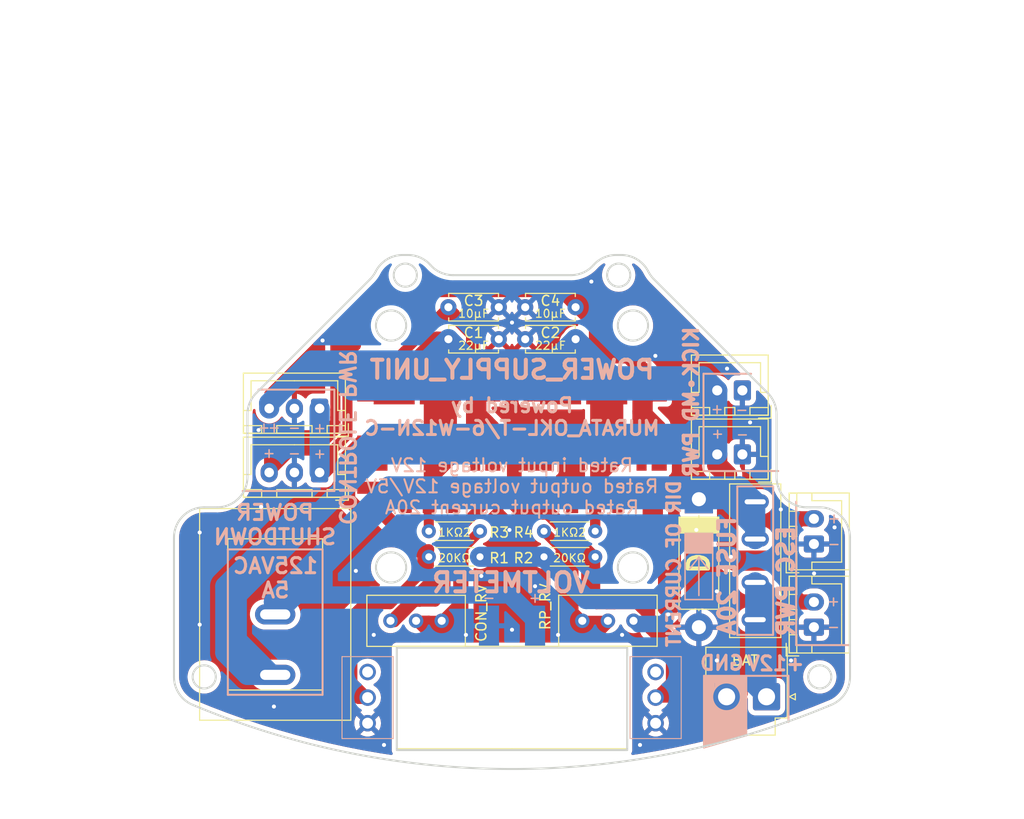
<source format=kicad_pcb>
(kicad_pcb (version 20211014) (generator pcbnew)
  (layers (0 "F.Cu" signal) (31 "B.Cu" signal) (34 "B.Paste" user) (35 "F.Paste" user) (36 "B.SilkS" user "B.Silkscreen") (37 "F.SilkS" user "F.Silkscreen") (38 "B.Mask" user) (39 "F.Mask" user) (44 "Edge.Cuts" user))
  (net 0 "")
  (net 1 "Net-(BT1-Pad1)")
  (net 2 "GND")
  (net 3 "+12V")
  (net 4 "+5V")
  (net 5 "+5VA")
  (net 6 "Net-(D1-Pad1)")
  (net 7 "Net-(R1-Pad2)")
  (net 8 "Net-(R2-Pad2)")
  (net 9 "Net-(R3-Pad1)")
  (net 10 "Net-(R3-Pad2)")
  (net 11 "Net-(R4-Pad1)")
  (net 12 "Net-(R4-Pad2)")
  (net 13 "Net-(RV1-Pad3)")
  (net 14 "Net-(RV2-Pad3)")
  (footprint "Potentiometer_THT:Potentiometer_Bourns_3296W_Vertical" (layer "F.Cu") (at 145.425 112.395)
    (fp_text reference "CON_RV")
    (fp_text value "R_Potentiometer_Trim_US" hide)
  )
  (footprint "Connector_JST:JST_XH_B3B-XH-A_1x03_P2.50mm_Vertical" (layer "F.Cu") (at 133.31 91.33 180)
    (fp_text reference "J6" hide)
    (fp_text value "Conn_01x03_Female" hide)
  )
  (footprint "Connector_JST:JST_XH_B2B-XH-A_1x02_P2.50mm_Vertical" (layer "F.Cu") (at 175.26 95.885 180)
    (fp_text reference "J4" hide)
    (fp_text value "Conn_01x02_Female" hide)
  )
  (footprint "Lib:DCDC-murata-6A" (layer "F.Cu") (at 138.045 100.715)
    (fp_text reference "U1" hide)
    (fp_text value "OKL-T_6-W12N-C" hide)
  )
  (footprint "Connector_JST:JST_XH_B2B-XH-A_1x02_P2.50mm_Vertical" (layer "F.Cu") (at 175.26 89.535 180)
    (fp_text reference "J1" hide)
    (fp_text value "Conn_01x02_Female" hide)
  )
  (footprint "Resistor_THT:R_Axial_DIN0204_L3.6mm_D1.6mm_P5.08mm_Horizontal" (layer "F.Cu") (at 149.225 106.045 180)
    (fp_text reference "R1")
    (fp_text value "R" hide)
  )
  (footprint "Lib:DS-850k" (layer "F.Cu") (at 128.905 111.76 90)
    (fp_text reference "SW3" hide)
    (fp_text value "SW_DIP_x01" hide)
  )
  (footprint "Resistor_THT:R_Axial_DIN0204_L3.6mm_D1.6mm_P5.08mm_Horizontal" (layer "F.Cu") (at 155.575 106.045)
    (fp_text reference "R2")
    (fp_text value "R" hide)
  )
  (footprint "Diode_THT:D_5W_P12.70mm_Horizontal" (layer "F.Cu") (at 170.942 100.33 -90)
    (fp_text reference "D1" hide)
    (fp_text value "D_Shockley" hide)
  )
  (footprint "Lib:fuse_socket" (layer "F.Cu") (at 173.99 106.435 90)
    (fp_text reference "F1" hide)
    (fp_text value "Fuse" hide)
  )
  (footprint "Connector_JST:JST_VH_B2P-VH-B_1x02_P3.96mm_Vertical" (layer "F.Cu") (at 177.6525 119.93 180)
    (fp_text reference "BAT")
    (fp_text value "Battery" hide)
  )
  (footprint "Capacitor_THT:C_Disc_D4.7mm_W2.5mm_P5.00mm" (layer "F.Cu") (at 146.09 84.455)
    (fp_text reference "C1")
    (fp_text value "C" hide)
  )
  (footprint "Connector_JST:JST_XH_B2B-XH-A_1x02_P2.50mm_Vertical" (layer "F.Cu") (at 182.355 113.03 90)
    (fp_text reference "J3" hide)
    (fp_text value "Conn_01x02_Female" hide)
  )
  (footprint "Connector_JST:JST_XH_B3B-XH-A_1x03_P2.50mm_Vertical" (layer "F.Cu") (at 133.31 97.68 180)
    (fp_text reference "J5" hide)
    (fp_text value "Conn_01x03_Female" hide)
  )
  (footprint "Capacitor_THT:C_Disc_D4.7mm_W2.5mm_P5.00mm" (layer "F.Cu") (at 158.71 81.28 180)
    (fp_text reference "C4")
    (fp_text value "C" hide)
  )
  (footprint "Lib:DCDC-murata-6A" (layer "F.Cu") (at 154.555 100.715)
    (fp_text reference "U2" hide)
    (fp_text value "OKL-T_6-W12N-C" hide)
  )
  (footprint "Capacitor_THT:C_Disc_D4.7mm_W2.5mm_P5.00mm" (layer "F.Cu") (at 158.71 84.455 180)
    (fp_text reference "C2")
    (fp_text value "C" hide)
  )
  (footprint "Resistor_THT:R_Axial_DIN0204_L3.6mm_D1.6mm_P5.08mm_Horizontal" (layer "F.Cu") (at 144.145 103.505)
    (fp_text reference "R3")
    (fp_text value "R" hide)
  )
  (footprint "Lib:voltage_counter" (layer "F.Cu") (at 152.4 125.081 180)
    (fp_text reference "MES1" hide)
    (fp_text value "Voltmeter_DC" hide)
  )
  (footprint "Connector_JST:JST_XH_B2B-XH-A_1x02_P2.50mm_Vertical" (layer "F.Cu") (at 182.355 104.775 90)
    (fp_text reference "J2" hide)
    (fp_text value "Conn_01x02_Female" hide)
  )
  (footprint "Resistor_THT:R_Axial_DIN0204_L3.6mm_D1.6mm_P5.08mm_Horizontal" (layer "F.Cu") (at 160.655 103.505 180)
    (fp_text reference "R4")
    (fp_text value "R" hide)
  )
  (footprint "Potentiometer_THT:Potentiometer_Bourns_3296W_Vertical" (layer "F.Cu") (at 159.375 112.395 180)
    (fp_text reference "RP_RV")
    (fp_text value "R_Potentiometer_Trim_US" hide)
  )
  (footprint "Capacitor_THT:C_Disc_D4.7mm_W2.5mm_P5.00mm" (layer "F.Cu") (at 146.09 81.28)
    (fp_text reference "C3")
    (fp_text value "C" hide)
  )
  (footprint "Lib:2MS1T2B4M2QES" (layer "B.Cu") (at 138.075 122.555 180)
    (fp_text reference "SW1" hide)
    (fp_text value "SW_DIP_x01" hide)
  )
  (footprint "Lib:2MS1T2B4M2QES" (layer "B.Cu") (at 166.65 122.555 180)
    (fp_text reference "SW2" hide)
    (fp_text value "SW_DIP_x01" hide)
  )
  (gr_line (start 178.308 113.792) (end 174.752 113.792) (layer "B.SilkS") (width 0.2))
  (gr_circle (center 173.6852 119.9388) (end 175.1076 119.9388) (layer "B.SilkS") (width 0.2) (fill none))
  (gr_line (start 171.6024 124.6632) (end 171.5516 123.7488) (layer "B.SilkS") (width 0.2))
  (gr_line (start 173.328148 124.19849) (end 173.328148 123.58889) (layer "B.SilkS") (width 0.2))
  (gr_line (start 169.6212 103.886) (end 172.2628 103.886) (layer "B.SilkS") (width 0.15))
  (gr_line (start 171.545951 122.526696) (end 175.508351 122.526696) (layer "B.SilkS") (width 0.2))
  (gr_line (start 175.1584 122.0724) (end 175.1584 118.11) (layer "B.SilkS") (width 0.2))
  (gr_line (start 175.6156 123.6472) (end 171.45 124.8156) (layer "B.SilkS") (width 0.2))
  (gr_line (start 125.6792 99.5172) (end 134.7724 99.5172) (layer "B.SilkS") (width 0.2))
  (gr_line (start 171.45 124.968) (end 171.45 117.856) (layer "B.SilkS") (width 0.2))
  (gr_line (start 174.752 113.792) (end 174.752 99.06) (layer "B.SilkS") (width 0.2))
  (gr_line (start 169.6212 104.2924) (end 172.2628 104.2924) (layer "B.SilkS") (width 0.15))
  (gr_line (start 172.9232 118.6688) (end 172.9232 118.0592) (layer "B.SilkS") (width 0.2))
  (gr_line (start 174.0408 123.952) (end 174.0408 123.3424) (layer "B.SilkS") (width 0.2))
  (gr_line (start 171.5516 123.2916) (end 175.514 123.2916) (layer "B.SilkS") (width 0.2))
  (gr_line (start 170.942 109.8804) (end 170.942 106.0704) (layer "B.SilkS") (width 0.15))
  (gr_line (start 172.7708 118.8212) (end 172.7708 118.2116) (layer "B.SilkS") (width 0.2))
  (gr_line (start 169.5704 110.2868) (end 169.5704 103.7336) (layer "B.SilkS") (width 0.15))
  (gr_line (start 172.7708 121.7676) (end 172.7708 121.158) (layer "B.SilkS") (width 0.2))
  (gr_line (start 174.1932 121.9708) (end 174.1932 121.3612) (layer "B.SilkS") (width 0.2))
  (gr_line (start 171.5008 122.7836) (end 175.4632 122.7836) (layer "B.SilkS") (width 0.2))
  (gr_line (start 175.006 121.666) (end 175.006 121.0564) (layer "B.SilkS") (width 0.2))
  (gr_line (start 171.545951 122.377042) (end 175.508351 122.377042) (layer "B.SilkS") (width 0.2))
  (gr_line (start 169.6212 104.5972) (end 172.2628 104.5972) (layer "B.SilkS") (width 0.15))
  (gr_line (start 170.942 106.0704) (end 170.0276 107.2388) (layer "B.SilkS") (width 0.15))
  (gr_line (start 169.6212 104.0892) (end 172.2628 104.0892) (layer "B.SilkS") (width 0.15))
  (gr_line (start 169.6212 104.648) (end 172.2628 104.648) (layer "B.SilkS") (width 0.15))
  (gr_line (start 172.7708 124.3584) (end 172.7708 123.7488) (layer "B.SilkS") (width 0.2))
  (gr_line (start 171.8056 122.0724) (end 171.8056 118.11) (layer "B.SilkS") (width 0.2))
  (gr_line (start 171.6024 122.1232) (end 171.6024 118.1608) (layer "B.SilkS") (width 0.2))
  (gr_line (start 171.6024 122.0724) (end 175.5648 122.0724) (layer "B.SilkS") (width 0.2))
  (gr_line (start 171.5516 117.9576) (end 175.514 117.9576) (layer "B.SilkS") (width 0.2))
  (gr_line (start 174.577954 121.844809) (end 174.577954 121.235209) (layer "B.SilkS") (width 0.2))
  (gr_line (start 134.7724 89.4588) (end 127.254 89.4588) (layer "B.SilkS") (width 0.2))
  (gr_line (start 172.421164 119.159825) (end 172.421164 118.550225) (layer "B.SilkS") (width 0.2))
  (gr_line (start 169.5704 105.4608) (end 172.3136 105.4608) (layer "B.SilkS") (width 0.15))
  (gr_line (start 169.6212 104.4956) (end 172.2628 104.4956) (layer "B.SilkS") (width 0.15))
  (gr_line (start 175.361126 122.069087) (end 175.361126 118.106687) (layer "B.SilkS") (width 0.2))
  (gr_line (start 180.594 114.808) (end 180.594 100.584) (layer "B.SilkS") (width 0.2))
  (gr_line (start 169.6212 104.14) (end 172.2628 104.14) (layer "B.SilkS") (width 0.15))
  (gr_line (start 172.3136 121.7676) (end 172.3136 121.158) (layer "B.SilkS") (width 0.2))
  (gr_line (start 174.752 99.06) (end 178.308 99.06) (layer "B.SilkS") (width 0.2))
  (gr_line (start 171.545951 122.165764) (end 175.508351 122.165764) (layer "B.SilkS") (width 0.2))
  (gr_line (start 173.6852 124.0536) (end 173.6852 123.444) (layer "B.SilkS") (width 0.2))
  (gr_line (start 169.6212 104.8512) (end 172.2628 104.8512) (layer "B.SilkS") (width 0.15))
  (gr_line (start 171.6532 121.4628) (end 175.6156 121.4628) (layer "B.SilkS") (width 0.2))
  (gr_line (start 174.498 121.8692) (end 174.498 121.2596) (layer "B.SilkS") (width 0.2))
  (gr_line (start 169.5704 105.5624) (end 172.3136 105.5624) (layer "B.SilkS") (width 0.15))
  (gr_line (start 169.6212 103.9876) (end 172.2628 103.9876) (layer "B.SilkS") (width 0.15))
  (gr_line (start 169.6212 104.2416) (end 172.2628 104.2416) (layer "B.SilkS") (width 0.15))
  (gr_line (start 175.4632 122.0724) (end 175.4632 118.11) (layer "B.SilkS") (width 0.2))
  (gr_line (start 173.8376 124.1552) (end 173.8376 123.5456) (layer "B.SilkS") (width 0.2))
  (gr_line (start 171.5516 118.4656) (end 175.514 118.4656) (layer "B.SilkS") (width 0.2))
  (gr_line (start 172.6184 118.9736) (end 172.6184 118.364) (layer "B.SilkS") (width 0.2))
  (gr_line (start 171.5516 123.7488) (end 175.006 123.7488) (layer "B.SilkS") (width 0.2))
  (gr_line (start 173.008297 124.2568) (end 173.008297 123.6472) (layer "B.SilkS") (width 0.2))
  (gr_line (start 124.206 105.3084) (end 133.604 105.3084) (layer "B.SilkS") (width 0.2))
  (gr_line (start 173.8884 123.952) (end 173.8884 123.3424) (layer "B.SilkS") (width 0.2))
  (gr_line (start 171.6024 121.5136) (end 175.5648 121.5136) (layer "B.SilkS") (width 0.2))
  (gr_line (start 169.5704 104.394) (end 172.212 104.394) (layer "B.SilkS") (width 0.15))
  (gr_line (start 173.228 124.2568) (end 173.228 123.6472) (layer "B.SilkS") (width 0.2))
  (gr_line (start 169.6212 104.7496) (end 172.2628 104.7496) (layer "B.SilkS") (width 0.15))
  (gr_line (start 175.006 121.2088) (end 175.006 120.5992) (layer "B.SilkS") (width 0.2))
  (gr_line (start 124.206 119.7356) (end 124.206 105.3084) (layer "B.SilkS") (width 0.2))
  (gr_line (start 171.545951 122.676351) (end 175.508351 122.676351) (layer "B.SilkS") (width 0.2))
  (gr_line (start 171.545951 122.878825) (end 175.508351 122.878825) (layer "B.SilkS") (width 0.2))
  (gr_line (start 173.530622 124.154474) (end 173.530622 123.544874) (layer "B.SilkS") (width 0.2))
  (gr_line (start 171.5516 123.1392) (end 175.514 123.1392) (layer "B.SilkS") (width 0.2))
  (gr_line (start 169.6212 104.9528) (end 172.2628 104.9528) (layer "B.SilkS") (width 0.15))
  (gr_line (start 172.3136 124.3584) (end 172.3136 123.7488) (layer "B.SilkS") (width 0.2))
  (gr_line (start 174.1932 123.9012) (end 174.1932 123.2916) (layer "B.SilkS") (width 0.2))
  (gr_line (start 174.3456 118.5164) (end 174.3456 117.9068) (layer "B.SilkS") (width 0.2))
  (gr_line (start 174.7012 121.666) (end 174.7012 121.0564) (layer "B.SilkS") (width 0.2))
  (gr_line (start 172.627739 124.35455) (end 172.627739 123.74495) (layer "B.SilkS") (width 0.2))
  (gr_line (start 172.8724 121.8692) (end 172.8724 121.2596) (layer "B.SilkS") (width 0.2))
  (gr_line (start 173.1264 124.2568) (end 173.1264 123.6472) (layer "B.SilkS") (width 0.2))
  (gr_line (start 171.6024 121.8184) (end 175.5648 121.8184) (layer "B.SilkS") (width 0.2))
  (gr_line (start 169.5704 105.3592) (end 172.3136 105.3592) (layer "B.SilkS") (width 0.15))
  (gr_line (start 175.641 117.856) (end 175.641 123.698) (layer "B.SilkS") (width 0.2))
  (gr_line (start 173.4312 124.0536) (end 173.4312 123.444) (layer "B.SilkS") (width 0.2))
  (gr_line (start 172.3136 121.2596) (end 172.3136 120.65) (layer "B.SilkS") (width 0.2))
  (gr_line (start 134.7724 99.5172) (end 134.7724 89.4588) (layer "B.SilkS") (width 0.2))
  (gr_line (start 133.604 105.3084) (end 133.604 119.7356) (layer "B.SilkS") (width 0.2))
  (gr_line (start 172.306722 119.212644) (end 172.306722 118.603044) (layer "B.SilkS") (width 0.2))
  (gr_line (start 170.942 106.0704) (end 171.8564 107.2388) (layer "B.SilkS") (width 0.15))
  (gr_line (start 171.545951 121.96329) (end 175.508351 121.96329) (layer "B.SilkS") (width 0.2))
  (gr_line (start 171.9072 122.0724) (end 171.9072 118.11) (layer "B.SilkS") (width 0.2))
  (gr_line (start 175.006 123.7488) (end 171.6024 124.6632) (layer "B.SilkS") (width 0.2))
  (gr_line (start 174.595561 118.71086) (end 174.595561 118.10126) (layer "B.SilkS") (width 0.2))
  (gr_line (start 174.393087 121.915235) (end 174.393087 121.305635) (layer "B.SilkS") (width 0.2))
  (gr_line (start 171.545951 122.271403) (end 175.508351 122.271403) (layer "B.SilkS") (width 0.2))
  (gr_line (start 172.3136 110.2868) (end 169.5704 110.2868) (layer "B.SilkS") (width 0.15))
  (gr_line (start 171.704 124.5108) (end 171.704 123.9012) (layer "B.SilkS") (width 0.2))
  (gr_line (start 178.816 97.536) (end 171.3992 97.536) (layer "B.SilkS") (width 0.2))
  (gr_line (start 175.6664 123.7488) (end 175.6156 123.6472) (layer "B.SilkS") (width 0.2))
  (gr_line (start 171.704 122.6312) (end 171.704 118.6688) (layer "B.SilkS") (width 0.2))
  (gr_line (start 173.169438 121.915235) (end 173.169438 121.305635) (layer "B.SilkS") (width 0.2))
  (gr_line (start 171.545951 122.993267) (end 175.508351 122.993267) (layer "B.SilkS") (width 0.2))
  (gr_line (start 171.5516 123.6472) (end 175.514 123.6472) (layer "B.SilkS") (width 0.2))
  (gr_line (start 169.6212 105.0544) (end 172.2628 105.0544) (layer "B.SilkS") (width 0.15))
  (gr_line (start 171.8564 124.46) (end 171.8564 123.8504) (layer "B.SilkS") (width 0.2))
  (gr_line (start 175.006 119.2276) (end 175.006 118.618) (layer "B.SilkS") (width 0.2))
  (gr_line (start 169.6212 105.2576) (end 172.2628 105.2576) (layer "B.SilkS") (width 0.15))
  (gr_line (start 178.308 99.06) (end 178.308 113.792) (layer "B.SilkS") (width 0.2))
  (gr_line (start 172.3136 103.7336) (end 172.3136 110.2868) (layer "B.SilkS") (width 0.15))
  (gr_line (start 171.5516 118.364) (end 175.514 118.364) (layer "B.SilkS") (width 0.2))
  (gr_line (start 172.0596 122.0724) (end 172.0596 118.11) (layer "B.SilkS") (width 0.2))
  (gr_line (start 185.928 114.808) (end 180.594 114.808) (layer "B.SilkS") (width 0.2))
  (gr_line (start 171.45 124.968) (end 175.6664 123.7488) (layer "B.SilkS") (width 0.2))
  (gr_line (start 169.5704 105.664) (end 172.3136 105.664) (layer "B.SilkS") (width 0.15))
  (gr_line (start 174.8536 121.5136) (end 174.8536 120.904) (layer "B.SilkS") (width 0.2))
  (gr_line (start 172.0088 124.4092) (end 172.0088 123.7996) (layer "B.SilkS") (width 0.2))
  (gr_line (start 172.466 124.3584) (end 172.466 123.7488) (layer "B.SilkS") (width 0.2))
  (gr_line (start 133.604 119.7356) (end 124.206 119.7356) (layer "B.SilkS") (width 0.2))
  (gr_line (start 171.5516 123.444) (end 175.514 123.444) (layer "B.SilkS") (width 0.2))
  (gr_line (start 171.6024 121.666) (end 175.5648 121.666) (layer "B.SilkS") (width 0.2))
  (gr_line (start 174.2948 121.92) (end 174.2948 121.3104) (layer "B.SilkS") (width 0.2))
  (gr_line (start 174.4472 118.618) (end 174.4472 118.0084) (layer "B.SilkS") (width 0.2))
  (gr_rect (start 169.5704 103.7336) (end 172.3136 110.2868) (layer "B.SilkS") (width 0.05) (fill none))
  (gr_line (start 172.6184 121.6152) (end 172.6184 121.0056) (layer "B.SilkS") (width 0.2))
  (gr_line (start 171.703369 118.514906) (end 171.703369 117.905306) (layer "B.SilkS") (width 0.2))
  (gr_line (start 169.5704 103.7336) (end 172.3136 103.7336) (layer "B.SilkS") (width 0.15))
  (gr_line (start 179.832 117.856) (end 179.832 122.428) (layer "B.SilkS") (width 0.2))
  (gr_line (start 174.7012 118.8212) (end 174.7012 118.2116) (layer "B.SilkS") (width 0.2))
  (gr_line (start 174.8536 118.9736) (end 174.8536 118.364) (layer "B.SilkS") (width 0.2))
  (gr_line (start 171.3992 97.536) (end 171.3992 87.884) (layer "B.SilkS") (width 0.2))
  (gr_line (start 171.5516 123.5456) (end 175.514 123.5456) (layer "B.SilkS") (width 0.2))
  (gr_line (start 172.20957 122.016267) (end 172.20957 118.053867) (layer "B.SilkS") (width 0.2))
  (gr_line (start 175.255487 122.069087) (end 175.255487 118.106687) (layer "B.SilkS") (width 0.2))
  (gr_line (start 172.46518 121.457467) (end 172.46518 120.847867) (layer "B.SilkS") (width 0.2))
  (gr_line (start 171.45 117.856) (end 179.832 117.856) (layer "B.SilkS") (width 0.2))
  (gr_line (start 171.5516 118.2624) (end 175.514 118.2624) (layer "B.SilkS") (width 0.2))
  (gr_line (start 173.019783 121.862416) (end 173.019783 121.252816) (layer "B.SilkS") (width 0.2))
  (gr_line (start 172.9232 124.3584) (end 172.9232 123.7488) (layer "B.SilkS") (width 0.2))
  (gr_line (start 169.6212 103.8352) (end 172.2628 103.8352) (layer "B.SilkS") (width 0.15))
  (gr_line (start 169.6212 105.156) (end 172.2628 105.156) (layer "B.SilkS") (width 0.15))
  (gr_line (start 173.0248 118.5672) (end 173.0248 117.9576) (layer "B.SilkS") (width 0.2))
  (gr_line (start 171.5516 118.11) (end 175.514 118.11) (layer "B.SilkS") (width 0.2))
  (gr_line (start 171.6024 121.3612) (end 171.6024 120.7516) (layer "B.SilkS") (width 0.2))
  (gr_line (start 171.3992 87.884) (end 176.1236 87.884) (layer "B.SilkS") (width 0.2))
  (gr_line (start 172.1612 124.4092) (end 172.1612 123.7996) (layer "B.SilkS") (width 0.2))
  (gr_line (start 169.672 102.1715) (end 169.672 103.3145) (layer "F.SilkS") (width 0.2))
  (gr_line (start 169.416328 102.170332) (end 169.416328 103.313332) (layer "F.SilkS") (width 0.2))
  (gr_rect (start 172.847 102.235) (end 169.037 103.505) (layer "F.SilkS") (width 0.2) (fill none))
  (gr_line (start 171.958 102.2985) (end 171.958 103.4415) (layer "F.SilkS") (width 0.2))
  (gr_line (start 171.704 102.2985) (end 171.704 103.4415) (layer "F.SilkS") (width 0.2))
  (gr_line (start 169.926 102.2985) (end 169.926 103.4415) (layer "F.SilkS") (width 0.2))
  (gr_line (start 171.196 102.2985) (end 171.196 103.4415) (layer "F.SilkS") (width 0.2))
  (gr_line (start 169.545 102.170332) (end 169.545 103.313332) (layer "F.SilkS") (width 0.2))
  (gr_line (start 172.212 102.2985) (end 172.212 103.4415) (layer "F.SilkS") (width 0.2))
  (gr_line (start 169.164 102.235) (end 169.164 103.378) (layer "F.SilkS") (width 0.2))
  (gr_line (start 172.72 102.4255) (end 172.72 103.5685) (layer "F.SilkS") (width 0.2))
  (gr_line (start 170.942 102.2985) (end 170.942 103.4415) (layer "F.SilkS") (width 0.2))
  (gr_line (start 170.191012 102.2985) (end 170.191012 103.4415) (layer "F.SilkS") (width 0.2))
  (gr_line (start 170.434 102.2985) (end 170.434 103.4415) (layer "F.SilkS") (width 0.2))
  (gr_line (start 170.561 102.2985) (end 170.561 103.4415) (layer "F.SilkS") (width 0.2))
  (gr_line (start 170.688 102.2985) (end 170.688 103.4415) (layer "F.SilkS") (width 0.2))
  (gr_line (start 171.577 102.2985) (end 171.577 103.4415) (layer "F.SilkS") (width 0.2))
  (gr_line (start 171.323 102.2985) (end 171.323 103.4415) (layer "F.SilkS") (width 0.2))
  (gr_line (start 170.053 102.2985) (end 170.053 103.4415) (layer "F.SilkS") (width 0.2))
  (gr_line (start 169.799 102.2985) (end 169.799 103.4415) (layer "F.SilkS") (width 0.2))
  (gr_line (start 172.338999 102.293577) (end 172.338999 103.436577) (layer "F.SilkS") (width 0.2))
  (gr_line (start 172.085 102.2985) (end 172.085 103.4415) (layer "F.SilkS") (width 0.2))
  (gr_line (start 172.593 102.2985) (end 172.593 103.4415) (layer "F.SilkS") (width 0.2))
  (gr_line (start 169.291 102.235) (end 169.291 103.378) (layer "F.SilkS") (width 0.2))
  (gr_line (start 172.466 102.2985) (end 172.466 103.4415) (layer "F.SilkS") (width 0.2))
  (gr_line (start 171.45 102.2985) (end 171.45 103.4415) (layer "F.SilkS") (width 0.2))
  (gr_line (start 171.831 102.2985) (end 171.831 103.4415) (layer "F.SilkS") (width 0.2))
  (gr_line (start 170.307 102.2985) (end 170.307 103.4415) (layer "F.SilkS") (width 0.2))
  (gr_line (start 171.069 102.2985) (end 171.069 103.4415) (layer "F.SilkS") (width 0.2))
  (gr_line (start 170.815 102.2985) (end 170.815 103.4415) (layer "F.SilkS") (width 0.2))
  (gr_circle locked (center 162.985697 78.1) (end 161.835697 78.1) (layer "Edge.Cuts") (width 0.2) (fill none))
  (gr_arc locked (start 163.033159 107.71785) (mid 164.33634 105.601352) (end 165.814316 107.599709) (layer "Edge.Cuts") (width 0.2))
  (gr_arc locked (start 181.649999 101.135535) (mid 179.528679 100.256855) (end 178.649999 98.135535) (layer "Edge.Cuts") (width 0.2))
  (gr_arc locked (start 165.814319 82.600292) (mid 164.336338 84.59865) (end 163.033158 82.482147) (layer "Edge.Cuts") (width 0.2))
  (gr_arc locked (start 138.877916 77.736921) (mid 138.63214 78.137695) (end 138.326782 78.495162) (layer "Edge.Cuts") (width 0.2))
  (gr_arc locked (start 163.24963 76.1) (mid 164.816595 76.541755) (end 165.922084 77.736921) (layer "Edge.Cuts") (width 0.2))
  (gr_arc locked (start 138.877916 77.736921) (mid 139.983405 76.541755) (end 141.550371 76.1) (layer "Edge.Cuts") (width 0.2))
  (gr_arc locked (start 118.862681 104.135535) (mid 119.741347 102.014185) (end 121.862681 101.135535) (layer "Edge.Cuts") (width 0.2))
  (gr_arc locked (start 126.149999 98.135535) (mid 125.271307 100.256832) (end 123.149999 101.135535) (layer "Edge.Cuts") (width 0.2))
  (gr_arc locked (start 160.485697 77.1) (mid 159.474374 77.838612) (end 158.24963 78.099999) (layer "Edge.Cuts") (width 0.2))
  (gr_rect (start 140.97 125.222) (end 163.83 115.062) (layer "Edge.Cuts") (width 0.2) (fill none))
  (gr_line locked (start 163.157236 107.939961) (end 163.033159 107.71785) (layer "Edge.Cuts") (width 0.2))
  (gr_arc locked (start 146.550371 78.099999) (mid 145.325626 77.838612) (end 144.314303 77.1) (layer "Edge.Cuts") (width 0.2))
  (gr_line locked (start 165.709521 82.368455) (end 165.814319 82.600292) (layer "Edge.Cuts") (width 0.2))
  (gr_arc locked (start 185.93732 117.959262) (mid 185.435212 119.620747) (end 184.096965 120.72607) (layer "Edge.Cuts") (width 0.2))
  (gr_line locked (start 158.24963 78.099999) (end 146.550371 78.099999) (layer "Edge.Cuts") (width 0.2))
  (gr_line locked (start 126.149999 91.914584) (end 126.149999 98.135535) (layer "Edge.Cuts") (width 0.2))
  (gr_arc locked (start 166.473219 78.495162) (mid 166.167854 78.1377) (end 165.922084 77.736921) (layer "Edge.Cuts") (width 0.2))
  (gr_line locked (start 118.862681 104.135535) (end 118.862681 117.959262) (layer "Edge.Cuts") (width 0.2))
  (gr_arc locked (start 163.157235 82.26004) (mid 164.46366 81.601353) (end 165.709521 82.368455) (layer "Edge.Cuts") (width 0.2))
  (gr_arc locked (start 177.77132 89.793263) (mid 178.421638 90.766533) (end 178.649999 91.914583) (layer "Edge.Cuts") (width 0.2))
  (gr_arc locked (start 142.078236 76.1) (mid 143.30298 76.361388) (end 144.314303 77.1) (layer "Edge.Cuts") (width 0.2))
  (gr_line locked (start 139.033158 82.482148) (end 139.157235 82.26004) (layer "Edge.Cuts") (width 0.2))
  (gr_circle locked (center 141.814303 78.1) (end 140.664303 78.1) (layer "Edge.Cuts") (width 0.2) (fill none))
  (gr_line locked (start 142.078236 76.1) (end 141.550371 76.1) (layer "Edge.Cuts") (width 0.2))
  (gr_line locked (start 141.70952 82.368455) (end 141.814317 82.600292) (layer "Edge.Cuts") (width 0.2))
  (gr_arc locked (start 139.033157 107.717851) (mid 140.336338 105.601352) (end 141.814317 107.599709) (layer "Edge.Cuts") (width 0.2))
  (gr_line locked (start 182.93732 101.135535) (end 181.649999 101.135535) (layer "Edge.Cuts") (width 0.2))
  (gr_line locked (start 138.326782 78.495162) (end 127.028679 89.793264) (layer "Edge.Cuts") (width 0.2))
  (gr_arc locked (start 126.149999 91.914584) (mid 126.378366 90.766537) (end 127.028679 89.793264) (layer "Edge.Cuts") (width 0.2))
  (gr_arc locked (start 139.157235 82.26004) (mid 140.463659 81.601352) (end 141.70952 82.368455) (layer "Edge.Cuts") (width 0.2))
  (gr_line locked (start 185.93732 117.959262) (end 185.93732 104.135535) (layer "Edge.Cuts") (width 0.2))
  (gr_arc locked (start 141.814317 82.600292) (mid 140.336337 84.598649) (end 139.033158 82.482148) (layer "Edge.Cuts") (width 0.2))
  (gr_arc locked (start 165.709522 107.831542) (mid 164.463662 108.598648) (end 163.157236 107.939961) (layer "Edge.Cuts") (width 0.2))
  (gr_line locked (start 141.814317 107.599709) (end 141.709521 107.831542) (layer "Edge.Cuts") (width 0.2))
  (gr_line locked (start 139.157236 107.939961) (end 139.033157 107.717851) (layer "Edge.Cuts") (width 0.2))
  (gr_line locked (start 177.77132 89.793263) (end 166.473219 78.495162) (layer "Edge.Cuts") (width 0.2))
  (gr_arc locked (start 160.485697 77.1) (mid 161.49702 76.361388) (end 162.721765 76.1) (layer "Edge.Cuts") (width 0.2))
  (gr_line locked (start 163.24963 76.1) (end 162.721765 76.1) (layer "Edge.Cuts") (width 0.2))
  (gr_arc locked (start 184.096965 120.72607) (mid 152.400001 127.1) (end 120.703036 120.72607) (layer "Edge.Cuts") (width 0.2))
  (gr_arc locked (start 182.93732 101.135535) (mid 185.058641 102.014214) (end 185.93732 104.135535) (layer "Edge.Cuts") (width 0.2))
  (gr_arc locked (start 120.703036 120.72607) (mid 119.364787 119.620748) (end 118.862681 117.959262) (layer "Edge.Cuts") (width 0.2))
  (gr_circle locked (center 121.862681 117.959262) (end 120.712681 117.959262) (layer "Edge.Cuts") (width 0.2) (fill none))
  (gr_arc locked (start 141.709521 107.831542) (mid 140.463662 108.598648) (end 139.157236 107.939961) (layer "Edge.Cuts") (width 0.2))
  (gr_line locked (start 163.033158 82.482147) (end 163.157235 82.26004) (layer "Edge.Cuts") (width 0.2))
  (gr_line locked (start 165.814316 107.599709) (end 165.709522 107.831542) (layer "Edge.Cuts") (width 0.2))
  (gr_circle locked (center 182.93732 117.959262) (end 181.78732 117.959262) (layer "Edge.Cuts") (width 0.2) (fill none))
  (gr_line locked (start 178.649999 98.135535) (end 178.649999 91.914583) (layer "Edge.Cuts") (width 0.2))
  (gr_line locked (start 123.149999 101.135535) (end 121.862681 101.135535) (layer "Edge.Cuts") (width 0.2))
  (gr_text "CONTROLE PWR" (at 136.0424 94.234 270) (layer "B.SilkS") (effects (font (size 1.5 1.5) (thickness 0.3)) (justify mirror)))
  (gr_text "+" (at 172.8724 93.8784 -90) (layer "B.SilkS") (effects (font (size 1 1)) (justify mirror)))
  (gr_text "Rated input voltage 12V\nRated output voltage 12V/5V\nRated output current 20A" (at 152.4 99.06) (layer "B.SilkS") (effects (font (size 1.3 1.3) (thickness 0.2)) (justify mirror)))
  (gr_text "POWER\nSHUTDOWN" (at 128.8796 102.87) (layer "B.SilkS") (effects (font (size 1.5 1.5) (thickness 0.3)) (justify mirror)))
  (gr_text "+" (at 128.8796 93.2688 -90) (layer "B.SilkS") (effects (font (size 1 1)) (justify mirror)))
  (gr_text "KICK・MD PWR" (at 170.18 90.678 90) (layer "B.SilkS") (effects (font (size 1.4 1.4) (thickness 0.35)) (justify mirror)))
  (gr_text "-" (at 130.81 93.218) (layer "B.SilkS") (effects (font (size 1 1)) (justify mirror)))
  (gr_text "+" (at 184.3024 110.5916 -180) (layer "B.SilkS") (effects (font (size 1 1)) (justify mirror)))
  (gr_text "+" (at 172.8216 91.44 -90) (layer "B.SilkS") (effects (font (size 1 1)) (justify mirror)))
  (gr_text "VOLTMETER" (at 152.2984 108.6104) (layer "B.SilkS") (effects (font (size 1.9 1.9) (thickness 0.4)) (justify mirror)))
  (gr_text "-" (at 175.2092 91.44) (layer "B.SilkS") (effects (font (size 1 1)) (justify mirror)))
  (gr_text "ESC PWR" (at 179.578 108.458 90) (layer "B.SilkS") (effects (font (size 1.6 1.6) (thickness 0.4)) (justify mirror)))
  (gr_text "125VAC\n5A" (at 128.9304 108.1532) (layer "B.SilkS") (effects (font (size 1.5 1.5) (thickness 0.3)) (justify mirror)))
  (gr_text "GND" (at 173.228 116.586) (layer "B.SilkS") (effects (font (size 1.4 1.4) (thickness 0.3)) (justify mirror)))
  (gr_text "+" (at 184.3532 102.362 -180) (layer "B.SilkS") (effects (font (size 1 1)) (justify mirror)))
  (gr_text "-" (at 184.3024 113.1316 -180) (layer "B.SilkS") (effects (font (size 1 1)) (justify mirror)))
  (gr_text "DIR OF CURRENT" (at 168.4528 106.7308 90) (layer "B.SilkS") (effects (font (size 1.3 1.3) (thickness 0.3)) (justify mirror)))
  (gr_text "-" (at 184.3532 104.902 -180) (layer "B.SilkS") (effects (font (size 1 1)) (justify mirror)))
  (gr_text "+" (at 127.8636 93.2688 -90) (layer "B.SilkS") (effects (font (size 1 1)) (justify mirror)))
  (gr_text "-" (at 130.81 95.758) (layer "B.SilkS") (effects (font (size 1 1)) (justify mirror)))
  (gr_text "+" (at 133.4008 93.3196 -90) (layer "B.SilkS") (effects (font (size 1 1)) (justify mirror)))
  (gr_text "Powered by\nMURATA_OKL-T/6-W12N-C" (at 152.4 92.1512) (layer "B.SilkS") (effects (font (size 1.4 1.4) (thickness 0.3)) (justify mirror)))
  (gr_text "+" (at 133.4008 95.8596 -90) (layer "B.SilkS") (effects (font (size 1 1)) (justify mirror)))
  (gr_text "+" (at 128.3716 95.8088 -90) (layer "B.SilkS") (effects (font (size 1 1)) (justify mirror)))
  (gr_text "-" (at 175.26 93.8784) (layer "B.SilkS") (effects (font (size 1 1)) (justify mirror)))
  (gr_text "+12V" (at 178.562 116.6368) (layer "B.SilkS") (effects (font (size 1.4 1.4) (thickness 0.3)) (justify mirror)))
  (gr_text "POWER_SUPPLY_UNIT\n" (at 152.4 87.4776) (layer "B.SilkS") (effects (font (size 1.8 1.8) (thickness 0.4)) (justify mirror)))
  (gr_text "FUSE 20A" (at 173.736 107.95 90) (layer "B.SilkS") (effects (font (size 1.6 1.6) (thickness 0.4)) (justify mirror)))
  (gr_text "1KΩ2\n" (at 158.115 103.632) (layer "F.SilkS") (effects (font (size 0.8 0.8) (thickness 0.12))))
  (gr_text "22µF" (at 156.21 85.09) (layer "F.SilkS") (effects (font (size 0.8 0.8) (thickness 0.12))))
  (gr_text "1KΩ2\n" (at 146.685 103.632) (layer "F.SilkS") (effects (font (size 0.8 0.8) (thickness 0.12))))
  (gr_text "D" (at 170.942 106.68 90) (layer "F.SilkS") (effects (font (size 2 2) (thickness 0.4))))
  (gr_text "20KΩ\n" (at 146.685 106.172) (layer "F.SilkS") (effects (font (size 0.8 0.8) (thickness 0.12))))
  (gr_text "10µF" (at 156.21 81.915) (layer "F.SilkS") (effects (font (size 0.8 0.8) (thickness 0.12))))
  (gr_text "10µF" (at 148.59 81.915) (layer "F.SilkS") (effects (font (size 0.8 0.8) (thickness 0.12))))
  (gr_text "20KΩ\n" (at 158.115 106.172) (layer "F.SilkS") (effects (font (size 0.8 0.8) (thickness 0.12))))
  (gr_text "22µF" (at 148.59 85.09) (layer "F.SilkS") (effects (font (size 0.8 0.8) (thickness 0.12))))
  (segment (start 177.6525 119.93) (end 177.6525 109.7075) (width 2) (layer "B.Cu") (net 1))
  (segment (start 177.6525 109.7075) (end 176.53 108.585) (width 2) (layer "B.Cu") (net 1))
  (segment (start 177.6525 119.93) (end 177.6525 119.8675) (width 2) (layer "B.Cu") (net 1))
  (segment (start 177.6525 119.8675) (end 176.53 118.745) (width 2) (layer "B.Cu") (net 1))
  (segment (start 176.53 118.745) (end 176.53 108.585) (width 2) (layer "B.Cu") (net 1))
  (via (at 166.624 86.106) (size 0.8) (drill 0.4) (layers "F.Cu" "B.Cu") (net 2))
  (via (at 128.778 120.904) (size 0.8) (drill 0.4) (layers "F.Cu" "B.Cu") (net 2))
  (via (at 133.604 84.582) (size 0.8) (drill 0.4) (layers "F.Cu" "B.Cu") (net 2))
  (via (at 136.906 107.442) (size 0.8) (drill 0.4) (layers "F.Cu" "B.Cu") (net 2))
  (via (at 176.022 92.71) (size 0.8) (drill 0.4) (layers "F.Cu" "B.Cu") (net 2))
  (via (at 121.412 103.632) (size 0.8) (drill 0.4) (layers "F.Cu" "B.Cu") (net 2))
  (via (at 184.404 103.124) (size 0.8) (drill 0.4) (layers "F.Cu" "B.Cu") (net 2))
  (via (at 182.372 107.696) (size 0.8) (drill 0.4) (layers "F.Cu" "B.Cu") (net 2))
  (via (at 156.972 113.792) (size 0.8) (drill 0.4) (layers "F.Cu" "B.Cu") (net 2))
  (via (at 138.684 113.792) (size 0.8) (drill 0.4) (layers "F.Cu" "B.Cu") (net 2))
  (via (at 163.322 113.792) (size 0.8) (drill 0.4) (layers "F.Cu" "B.Cu") (net 2))
  (via (at 152.4 82.804) (size 0.8) (drill 0.4) (layers "F.Cu" "B.Cu") (net 2))
  (via (at 179.07 101.346) (size 0.8) (drill 0.4) (layers "F.Cu" "B.Cu") (net 2))
  (via (at 127.508 101.092) (size 0.8) (drill 0.4) (layers "F.Cu" "B.Cu") (net 2))
  (via (at 147.828 113.792) (size 0.8) (drill 0.4) (layers "F.Cu" "B.Cu") (net 2))
  (via (at 139.7 124.714) (size 0.8) (drill 0.4) (layers "F.Cu" "B.Cu") (net 2))
  (via (at 152.4 113.284) (size 0.8) (drill 0.4) (layers "F.Cu" "B.Cu") (net 2))
  (via (at 154.686 108.966) (size 0.8) (drill 0.4) (layers "F.Cu" "B.Cu") (net 2))
  (via (at 172.72 109.474) (size 0.8) (drill 0.4) (layers "F.Cu" "B.Cu") (net 2))
  (via (at 121.412 112.776) (size 0.8) (drill 0.4) (layers "F.Cu" "B.Cu") (net 2))
  (via (at 170.688 103.378) (size 0.8) (drill 0.4) (layers "F.Cu" "B.Cu") (net 2))
  (via (at 160.274 78.74) (size 0.8) (drill 0.4) (layers "F.Cu" "B.Cu") (net 2))
  (via (at 173.736 87.376) (size 0.8) (drill 0.4) (layers "F.Cu" "B.Cu") (net 2))
  (via (at 165.1 124.714) (size 0.8) (drill 0.4) (layers "F.Cu" "B.Cu") (net 2))
  (via (at 149.352 107.95) (size 0.8) (drill 0.4) (layers "F.Cu" "B.Cu") (net 2))
  (via (at 180.086 116.332) (size 0.8) (drill 0.4) (layers "F.Cu" "B.Cu") (net 2))
  (via (at 152.146 103.378) (size 0.8) (drill 0.4) (layers "F.Cu" "B.Cu") (net 2))
  (via (at 127.254 93.472) (size 0.8) (drill 0.4) (layers "F.Cu" "B.Cu") (net 2))
  (via (at 172.72 116.332) (size 0.8) (drill 0.4) (layers "F.Cu" "B.Cu") (net 2))
  (segment (start 139.446 88.9) (end 140.581 90.035) (width 1.5) (layer "F.Cu") (net 3))
  (segment (start 182.355 102.275) (end 180.935 102.275) (width 1.5) (layer "F.Cu") (net 3))
  (segment (start 139.446 89.029) (end 139.446 89.662) (width 1.5) (layer "F.Cu") (net 3))
  (segment (start 158.365 89.015) (end 158.365 85.975) (width 1.5) (layer "F.Cu") (net 3))
  (segment (start 179.705 104.775) (end 178.054 106.426) (width 1.5) (layer "F.Cu") (net 3))
  (segment (start 156.21 89.025) (end 157.22 90.035) (width 1.5) (layer "F.Cu") (net 3))
  (segment (start 172.76 95.885) (end 172.76 96.948978) (width 2) (layer "F.Cu") (net 3))
  (segment (start 179.705 109.22) (end 181.015 110.53) (width 1.5) (layer "F.Cu") (net 3))
  (segment (start 158.365 84.8) (end 158.71 84.455) (width 1.5) (layer "F.Cu") (net 3))
  (segment (start 179.705 108.077) (end 178.054 106.426) (width 1.5) (layer "F.Cu") (net 3))
  (segment (start 141.73 89.015) (end 140.71 90.035) (width 1.5) (layer "F.Cu") (net 3))
  (segment (start 140.536481 87.809519) (end 139.446 88.9) (width 1.5) (layer "F.Cu") (net 3))
  (segment (start 173.736 105.664) (end 174.117 106.045) (width 2) (layer "F.Cu") (net 3))
  (segment (start 141.855 87.56493) (end 144.96493 84.455) (width 1.5) (layer "F.Cu") (net 3))
  (segment (start 174.498 106.426) (end 178.054 106.426) (width 2) (layer "F.Cu") (net 3))
  (segment (start 174.117 106.045) (end 174.498 106.426) (width 2) (layer "F.Cu") (net 3))
  (segment (start 140.71 90.035) (end 140.716 90.029) (width 1.5) (layer "F.Cu") (net 3))
  (segment (start 173.736 97.924978) (end 173.736 105.664) (width 2) (layer "F.Cu") (net 3))
  (segment (start 140.581 90.035) (end 140.71 90.035) (width 1.5) (layer "F.Cu") (net 3))
  (segment (start 179.705 109.22) (end 179.705 108.077) (width 1.5) (layer "F.Cu") (net 3))
  (segment (start 180.935 102.275) (end 179.705 103.505) (width 1.5) (layer "F.Cu") (net 3))
  (segment (start 179.705 103.505) (end 179.705 109.22) (width 1.5) (layer "F.Cu") (net 3))
  (segment (start 141.855 89.015) (end 141.855 87.761) (width 1.5) (layer "F.Cu") (net 3))
  (segment (start 157.48 89.775) (end 157.48 88.392) (width 1.5) (layer "F.Cu") (net 3))
  (segment (start 144.96493 84.455) (end 141.610411 87.809519) (width 1.5) (layer "F.Cu") (net 3))
  (segment (start 181.015 110.53) (end 182.355 110.53) (width 1.5) (layer "F.Cu") (net 3))
  (segment (start 141.610411 87.809519) (end 140.536481 87.809519) (width 1.5) (layer "F.Cu") (net 3))
  (segment (start 179.705 103.505) (end 179.705 104.775) (width 1.5) (layer "F.Cu") (net 3))
  (segment (start 158.365 86.237) (end 156.21 88.392) (width 1.5) (layer "F.Cu") (net 3))
  (segment (start 172.76 96.948978) (end 173.736 97.924978) (width 2) (layer "F.Cu") (net 3))
  (segment (start 173.736 106.426) (end 173.736 105.664) (width 1) (layer "F.Cu") (net 3))
  (segment (start 156.21 88.392) (end 156.21 89.025) (width 1.5) (layer "F.Cu") (net 3))
  (segment (start 141.855 89.015) (end 141.73 89.015) (width 1.5) (layer "F.Cu") (net 3))
  (segment (start 157.22 90.035) (end 157.48 89.775) (width 1.5) (layer "F.Cu") (net 3))
  (segment (start 140.716 90.029) (end 140.716 88.9) (width 1.5) (layer "F.Cu") (net 3))
  (segment (start 144.96493 84.455) (end 146.09 84.455) (width 1.5) (layer "F.Cu") (net 3))
  (segment (start 158.365 85.975) (end 158.365 86.237) (width 1.5) (layer "F.Cu") (net 3))
  (segment (start 141.855 87.761) (end 141.855 87.56493) (width 1.5) (layer "F.Cu") (net 3))
  (segment (start 158.365 85.975) (end 158.365 84.8) (width 1.5) (layer "F.Cu") (net 3))
  (via (at 174.117 106.045) (size 0.8) (drill 0.4) (layers "F.Cu" "B.Cu") (net 3))
  (segment (start 135.128 88.138) (end 162.393 88.138) (width 2) (layer "B.Cu") (net 3))
  (segment (start 128.31 90.806542) (end 132.546042 86.5705) (width 2) (layer "B.Cu") (net 3))
  (segment (start 171.069 106.045) (end 174.117 106.045) (width 2) (layer "B.Cu") (net 3))
  (segment (start 171.363 88.138) (end 172.76 89.535) (width 2) (layer "B.Cu") (net 3))
  (segment (start 170.815 95.885) (end 139.065 95.885) (width 2) (layer "B.Cu") (net 3))
  (segment (start 146.09 84.455) (end 143.9745 86.5705) (width 2) (layer "B.Cu") (net 3))
  (segment (start 123.952 108.966) (end 131.318 101.6) (width 2) (layer "B.Cu") (net 3))
  (segment (start 142.407 88.138) (end 135.128 88.138) (width 2) (layer "B.Cu") (net 3))
  (segment (start 129.878271 89.238271) (end 128.31 90.806542) (width 2) (layer "B.Cu") (net 3))
  (segment (start 172.76 95.885) (end 170.815 95.885) (width 2) (layer "B.Cu") (net 3))
  (segment (start 156.710489 86.454511) (end 155.034511 86.454511) (width 2) (layer "B.Cu") (net 3))
  (segment (start 172.76 89.535) (end 170.815 89.535) (width 2) (layer "B.Cu") (net 3))
  (segment (start 137.668 95.25) (end 168.656 95.25) (width 2) (layer "B.Cu") (net 3))
  (segment (start 165.989 89.535) (end 163.79 89.535) (width 2) (layer "B.Cu") (net 3))
  (segment (start 163.79 89.535) (end 158.71 84.455) (width 2) (layer "B.Cu") (net 3))
  (segment (start 148.089511 86.454511) (end 146.09 84.455) (width 2) (layer "B.Cu") (net 3))
  (segment (start 170.815 89.535) (end 169.291 89.535) (width 2) (layer "B.Cu") (net 3))
  (segment (start 130.978542 88.138) (end 131.064 88.138) (width 2) (layer "B.Cu") (net 3))
  (segment (start 136.525 89.535) (end 135.128 88.138) (width 2) (layer "B.Cu") (net 3))
  (segment (start 130.978542 88.138) (end 129.878271 89.238271) (width 2) (layer "B.Cu") (net 3))
  (segment (start 128.31 90.806542) (end 128.31 91.33) (width 2) (layer "B.Cu") (net 3))
  (segment (start 155.448 86.868) (end 159.512 86.868) (width 2) (layer "B.Cu") (net 3))
  (segment (start 143.9745 86.5705) (end 142.407 88.138) (width 2) (layer "B.Cu") (net 3))
  (segment (start 149.225 106.045) (end 155.575 106.045) (width 2) (layer "B.Cu") (net 3))
  (segment (start 171.577 93.345) (end 172.76 92.162) (width 2) (layer "B.Cu") (net 3))
  (segment (start 125.095 114.3) (end 128.555 117.76) (width 2) (layer "B.Cu") (net 3))
  (segment (start 162.393 88.138) (end 171.363 88.138) (width 2) (layer "B.Cu") (net 3))
  (segment (start 148.089511 86.454511) (end 145.701489 86.454511) (width 2) (layer "B.Cu") (net 3))
  (segment (start 172.76 93.686) (end 172.76 95.885) (width 2) (layer "B.Cu") (net 3))
  (segment (start 143.9745 86.5705) (end 132.546042 86.5705) (width 2) (layer "B.Cu") (net 3))
  (segment (start 128.905 117.76) (end 126.142 117.76) (width 2) (layer "B.Cu") (net 3))
  (segment (start 135.89 99.06) (end 135.89 97.028) (width 2) (layer "B.Cu") (net 3))
  (segment (start 123.952 115.57) (end 123.952 108.966) (width 2) (layer "B.Cu") (net 3))
  (segment (start 172.76 91.48) (end 172.76 93.686) (width 2) (layer "B.Cu") (net 3))
  (segment (start 133.35 101.6) (end 125.095 109.855) (width 2) (layer "B.Cu") (net 3))
  (segment (start 162.393 88.138) (end 163.79 89.535) (width 2) (layer "B.Cu") (net 3))
  (segment (start 159.766 110.236) (end 166.878 110.236) (width 2) (layer "B.Cu") (net 3))
  (segment (start 172.76 89.535) (end 172.76 91.48) (width 2) (layer "B.Cu") (net 3))
  (segment (start 139.065 93.853) (end 171.577 93.853) (width 2) (layer "B.Cu") (net 3))
  (segment (start 128.555 117.76) (end 128.905 117.76) (width 2) (layer "B.Cu") (net 3))
  (segment (start 132.546042 86.5705) (end 129.878271 89.238271) (width 2) (layer "B.Cu") (net 3))
  (segment (start 170.053 89.535) (end 171.577 91.059) (width 2) (layer "B.Cu") (net 3))
  (segment (start 169.291 89.535) (end 170.053 89.535) (width 2) (layer "B.Cu") (net 3))
  (segment (start 168.656 95.25) (end 171.196 92.71) (width 2) (layer "B.Cu") (net 3))
  (segment (start 170.815 89.535) (end 172.76 91.48) (width 2) (layer "B.Cu") (net 3))
  (segment (start 137.668 95.25) (end 139.065 93.853) (width 2) (layer "B.Cu") (net 3))
  (segment (start 145.701489 86.454511) (end 145.034 87.122) (width 2) (layer "B.Cu") (net 3))
  (segment (start 135.128 99.822) (end 135.89 99.06) (width 2) (layer "B.Cu") (net 3))
  (segment (start 155.034511 86.454511) (end 155.448 86.868) (width 2) (layer "B.Cu") (net 3))
  (segment (start 139.065 95.885) (end 137.287 97.663) (width 2) (layer "B.Cu") (net 3))
  (segment (start 172.76 93.94) (end 172.76 93.686) (width 2) (layer "B.Cu") (net 3))
  (segment (start 137.287 97.663) (end 135.128 99.822) (width 2) (layer "B.Cu") (net 3))
  (segment (start 171.577 93.853) (end 171.577 93.345) (width 2) (layer "B.Cu") (net 3))
  (segment (start 158.71 84.455) (end 156.710489 86.454511) (width 2) (layer "B.Cu") (net 3))
  (segment (start 135.128 88.138) (end 130.978542 88.138) (width 2) (layer "B.Cu") (net 3))
  (segment (start 125.095 109.855) (end 125.095 114.3) (width 2) (layer "B.Cu") (net 3))
  (segment (start 155.034511 86.454511) (end 148.089511 86.454511) (width 2) (layer "B.Cu") (net 3))
  (segment (start 170.815 95.885) (end 172.76 93.94) (width 2) (layer "B.Cu") (net 3))
  (segment (start 135.89 97.028) (end 137.668 95.25) (width 2) (layer "B.Cu") (net 3))
  (segment (start 166.878 110.236) (end 171.069 106.045) (width 2) (layer "B.Cu") (net 3))
  (segment (start 169.291 89.535) (end 165.989 89.535) (width 2) (layer "B.Cu") (net 3))
  (segment (start 131.318 101.6) (end 133.35 101.6) (width 2) (layer "B.Cu") (net 3))
  (segment (start 135.128 99.822) (end 133.35 101.6) (width 2) (layer "B.Cu") (net 3))
  (segment (start 126.142 117.76) (end 123.952 115.57) (width 2) (layer "B.Cu") (net 3))
  (segment (start 165.989 89.535) (end 136.525 89.535) (width 2) (layer "B.Cu") (net 3))
  (segment (start 171.577 91.059) (end 171.577 93.345) (width 2) (layer "B.Cu") (net 3))
  (segment (start 155.575 106.045) (end 159.766 110.236) (width 2) (layer "B.Cu") (net 3))
  (segment (start 172.76 92.162) (end 172.76 91.48) (width 2) (layer "B.Cu") (net 3))
  (segment (start 150.114 92.549) (end 148.745 91.18) (width 1) (layer "F.Cu") (net 4))
  (segment (start 136.07352 93.968858) (end 134.579189 95.463189) (width 1) (layer "F.Cu") (net 4))
  (segment (start 149.352 89.154) (end 148.971 88.773) (width 1) (layer "F.Cu") (net 4))
  (segment (start 148.745 84.427) (end 146.721 82.403) (width 1) (layer "F.Cu") (net 4))
  (segment (start 133.31 97.68) (end 133.31 97.322) (width 1) (layer "F.Cu") (net 4))
  (segment (start 148.745 84.427) (end 148.745 83.935) (width 1) (layer "F.Cu") (net 4))
  (segment (start 144.8 82.57) (end 144.272 83.098) (width 1) (layer "F.Cu") (net 4))
  (segment (start 146.721 82.403) (end 146.665 82.403) (width 1) (layer "F.Cu") (net 4))
  (segment (start 148.745 91.18) (end 148.596 91.18) (width 1) (layer "F.Cu") (net 4))
  (segment (start 148.745 93.615) (end 149.745 94.615) (width 1) (layer "F.Cu") (net 4))
  (segment (start 148.745 91.18) (end 148.745 89.8135) (width 1) (layer "F.Cu") (net 4))
  (segment (start 148.745 91.18) (end 148.745 84.427) (width 1) (layer "F.Cu") (net 4))
  (segment (start 136.07352 89.98648) (end 136.07352 87.70048) (width 1) (layer "F.Cu") (net 4))
  (segment (start 141.01 86.36) (end 141.752 85.618) (width 1) (layer "F.Cu") (net 4))
  (segment (start 134.579189 97.068811) (end 134.579189 96.052811) (width 1) (layer "F.Cu") (net 4))
  (segment (start 148.745 91.18) (end 148.745 93.825) (width 1) (layer "F.Cu") (net 4))
  (segment (start 148.745 91.18) (end 148.745 92.611) (width 1) (layer "F.Cu") (net 4))
  (segment (start 146.665 82.403) (end 147.213 82.403) (width 1) (layer "F.Cu") (net 4))
  (segment (start 136.07352 88.97048) (end 136.07352 89.98648) (width 1) (layer "F.Cu") (net 4))
  (segment (start 134.579189 96.052811) (end 134.579189 95.463189) (width 1) (layer "F.Cu") (net 4))
  (segment (start 148.745 89.8135) (end 149.352 89.2065) (width 1) (layer "F.Cu") (net 4))
  (segment (start 148.745 94.389) (end 148.745 91.18) (width 1) (layer "F.Cu") (net 4))
  (segment (start 148.745 93.825) (end 148.336 94.234) (width 1) (layer "F.Cu") (net 4))
  (segment (start 148.745 92.611) (end 150.114 93.98) (width 1) (layer "F.Cu") (net 4))
  (segment (start 149.745 94.615) (end 150.38 93.98) (width 1) (layer "F.Cu") (net 4))
  (segment (start 150.38 93.98) (end 150.622 93.98) (width 1) (layer "F.Cu") (net 4))
  (segment (start 133.31 97.322) (end 134.579189 96.052811) (width 1) (layer "F.Cu") (net 4))
  (segment (start 141.752 85.618) (end 146.09 81.28) (width 1) (layer "F.Cu") (net 4))
  (segment (start 150.622 93.057) (end 148.745 91.18) (width 1) (layer "F.Cu") (net 4))
  (segment (start 150.114 93.98) (end 150.114 94.246) (width 1) (layer "F.Cu") (net 4))
  (segment (start 148.336 83.6185) (end 148.336 86.5615) (width 1) (layer "F.Cu") (net 4))
  (segment (start 139.7 86.36) (end 141.01 86.36) (width 1) (layer "F.Cu") (net 4))
  (segment (start 133.31 96.732378) (end 133.31 97.68) (width 1) (layer "F.Cu") (net 4))
  (segment (start 138.684 86.36) (end 136.07352 88.97048) (width 1) (layer "F.Cu") (net 4))
  (segment (start 144.967 82.403) (end 146.665 82.403) (width 1) (layer "F.Cu") (net 4))
  (segment (start 149.352 89.2065) (end 149.352 92.1495) (width 1) (layer "F.Cu") (net 4))
  (segment (start 149.618 94.488) (end 148.844 94.488) (width 1) (layer "F.Cu") (net 4))
  (segment (start 150.114 94.246) (end 149.745 94.615) (width 1) (layer "F.Cu") (net 4))
  (segment (start 150.114 93.98) (end 150.114 92.549) (width 1) (layer "F.Cu") (net 4))
  (segment (start 148.336 85.6505) (end 148.336 91.6415) (width 1) (layer "F.Cu") (net 4))
  (segment (start 136.07352 87.70048) (end 137.668 86.106) (width 1) (layer "F.Cu") (net 4))
  (segment (start 148.745 91.18) (end 148.745 93.615) (width 1) (layer "F.Cu") (net 4))
  (segment (start 148.745 83.935) (end 147.213 82.403) (width 1) (layer "F.Cu") (net 4))
  (segment (start 148.336 91.44) (end 148.336 94.234) (width 1) (layer "F.Cu") (net 4))
  (segment (start 141.264 86.106) (end 141.752 85.618) (width 1) (layer "F.Cu") (net 4))
  (segment (start 133.968 97.68) (end 134.579189 97.068811) (width 1) (layer "F.Cu") (net 4))
  (segment (start 134.579189 95.463189) (end 133.31 96.732378) (width 1) (layer "F.Cu") (net 4))
  (segment (start 149.745 94.615) (end 149.618 94.488) (width 1) (layer "F.Cu") (net 4))
  (segment (start 136.07352 89.98648) (end 136.07352 93.968858) (width 1) (layer "F.Cu") (net 4))
  (segment (start 148.844 94.488) (end 148.745 94.389) (width 1) (layer "F.Cu") (net 4))
  (segment (start 150.622 93.98) (end 150.622 93.057) (width 1) (layer "F.Cu") (net 4))
  (segment (start 137.668 86.106) (end 141.264 86.106) (width 1) (layer "F.Cu") (net 4))
  (segment (start 139.7 86.36) (end 138.684 86.36) (width 1) (layer "F.Cu") (net 4))
  (segment (start 148.336 94.234) (end 148.717 94.615) (width 1) (layer "F.Cu") (net 4))
  (segment (start 148.717 94.615) (end 149.745 94.615) (width 1) (layer "F.Cu") (net 4))
  (segment (start 147.213 82.403) (end 146.09 81.28) (width 1) (layer "F.Cu") (net 4))
  (segment (start 144.8 82.57) (end 144.967 82.403) (width 1) (layer "F.Cu") (net 4))
  (segment (start 149.352 89.9685) (end 149.352 92.9115) (width 1) (layer "F.Cu") (net 4))
  (segment (start 148.596 91.18) (end 148.336 91.44) (width 1) (layer "F.Cu") (net 4))
  (segment (start 133.31 97.68) (end 133.968 97.68) (width 1) (layer "F.Cu") (net 4))
  (segment (start 146.09 81.28) (end 144.8 82.57) (width 1) (layer "F.Cu") (net 4))
  (segment (start 133.31 91.33) (end 133.31 97.68) (width 2) (layer "B.Cu") (net 4))
  (segment (start 133.604 93.98) (end 134.874 92.71) (width 1) (layer "F.Cu") (net 5))
  (segment (start 158.71 81.28) (end 157.210489 79.780489) (width 1) (layer "F.Cu") (net 5))
  (segment (start 165.862 90.573) (end 165.255 91.18) (width 1) (layer "F.Cu") (net 5))
  (segment (start 165.255 91.18) (end 165.255 93.615) (width 1) (layer "F.Cu") (net 5))
  (segment (start 160.528 83.098) (end 158.71 81.28) (width 1) (layer "F.Cu") (net 5))
  (segment (start 132.842 95.504) (end 130.486 95.504) (width 1) (layer "F.Cu") (net 5))
  (segment (start 166.255 94.615) (end 166.116 94.476) (width 1) (layer "F.Cu") (net 5))
  (segment (start 165.255 91.18) (end 167.132 93.057) (width 1) (layer "F.Cu") (net 5))
  (segment (start 134.874 93.472) (end 134.239 94.107) (width 1) (layer "F.Cu") (net 5))
  (segment (start 156.678 79.248) (end 158.71 81.28) (width 1) (layer "F.Cu") (net 5))
  (segment (start 134.239 94.107) (end 133.477 94.869) (width 1) (layer "F.Cu") (net 5))
  (segment (start 128.31 97.68) (end 128.31 96.226) (width 1) (layer "F.Cu") (net 5))
  (segment (start 159.766 81.28) (end 161.29 82.804) (width 1) (layer "F.Cu") (net 5))
  (segment (start 165.227 94.615) (end 166.255 94.615) (width 1) (layer "F.Cu") (net 5))
  (segment (start 163.322 85.852) (end 164.084 85.852) (width 1) (layer "F.Cu") (net 5))
  (segment (start 164.846 87.376) (end 164.846 90.319) (width 1) (layer "F.Cu") (net 5))
  (segment (start 128.31 97.68) (end 128.31 97.242) (width 1) (layer "F.Cu") (net 5))
  (segment (start 143.256 80.518) (end 144.526 79.248) (width 1) (layer "F.Cu") (net 5))
  (segment (start 165.255 87.785) (end 163.83 86.36) (width 1) (layer "F.Cu") (net 5))
  (segment (start 129.794 95.758) (end 130.683 94.869) (width 1) (layer "F.Cu") (net 5))
  (segment (start 166.878 92.964) (end 166.878 93.992) (width 1) (layer "F.Cu") (net 5))
  (segment (start 158.71 80.478) (end 158.71 81.28) (width 1) (layer "F.Cu") (net 5))
  (segment (start 166.116 94.476) (end 166.116 93.218) (width 1) (layer "F.Cu") (net 5))
  (segment (start 136.271 82.677) (end 135.636 83.312) (width 1) (layer "F.Cu") (net 5))
  (segment (start 135.636 85.598) (end 136.144 85.09) (width 1) (layer "F.Cu") (net 5))
  (segment (start 164.846 91.589) (end 164.846 94.234) (width 1) (layer "F.Cu") (net 5))
  (segment (start 161.29 82.804) (end 161.29 83.82) (width 1) (layer "F.Cu") (net 5))
  (segment (start 134.874 92.202) (end 134.874 91.44) (width 1) (layer "F.Cu") (net 5))
  (segment (start 134.874 91.44) (end 134.874 87.122) (width 1) (layer "F.Cu") (net 5))
  (segment (start 165.255 91.18) (end 164.846 91.589) (width 1) (layer "F.Cu") (net 5))
  (segment (start 164.846 88.9) (end 164.846 91.843) (width 1) (layer "F.Cu") (net 5))
  (segment (start 161.29 82.296) (end 161.29 83.82) (width 1) (layer "F.Cu") (net 5))
  (segment (start 164.084 85.852) (end 165.862 87.63) (width 1) (layer "F.Cu") (net 5))
  (segment (start 166.878 93.992) (end 166.255 94.615) (width 1) (layer "F.Cu") (net 5))
  (segment (start 158.242 80.01) (end 158.71 80.478) (width 1) (layer "F.Cu") (net 5))
  (segment (start 138.049 80.899) (end 137.541 81.407) (width 1) (layer "F.Cu") (net 5))
  (segment (start 134.874 92.964) (end 134.874 92.202) (width 1) (layer "F.Cu") (net 5))
  (segment (start 165.255 91.341) (end 166.878 92.964) (width 1) (layer "F.Cu") (net 5))
  (segment (start 134.874 84.074) (end 136.271 82.677) (width 1) (layer "F.Cu") (net 5))
  (segment (start 160.528 85.344) (end 160.528 83.098) (width 1) (layer "F.Cu") (net 5))
  (segment (start 143.256 80.518) (end 138.43 80.518) (width 1) (layer "F.Cu") (net 5))
  (segment (start 128.31 97.68) (end 128.31 95.21) (width 1) (layer "F.Cu") (net 5))
  (segment (start 163.83 86.36) (end 161.544 86.36) (width 1) (layer "F.Cu") (net 5))
  (segment (start 167.132 93.057) (end 167.132 93.738) (width 1) (layer "F.Cu") (net 5))
  (segment (start 128.31 96.226) (end 130.048 94.488) (width 1) (layer "F.Cu") (net 5))
  (segment (start 157.210489 79.780489) (end 144.501511 79.780489) (width 1) (layer "F.Cu") (net 5))
  (segment (start 165.862 87.63) (end 165.862 90.573) (width 1) (layer "F.Cu") (net 5))
  (segment (start 128.31 97.242) (end 129.794 95.758) (width 1) (layer "F.Cu") (net 5))
  (segment (start 144.526 79.248) (end 156.678 79.248) (width 1) (layer "F.Cu") (net 5))
  (segment (start 165.255 91.18) (end 165.255 87.785) (width 1) (layer "F.Cu") (net 5))
  (segment (start 136.271 82.677) (end 137.541 81.407) (width 1) (layer "F.Cu") (net 5))
  (segment (start 157.210489 79.780489) (end 157.44 80.01) (width 1) (layer "F.Cu") (net 5))
  (segment (start 135.382 83.566) (end 136.271 82.677) (width 1) (layer "F.Cu") (net 5))
  (segment (start 134.874 87.122) (end 136.906 85.09) (width 1) (layer "F.Cu") (net 5))
  (segment (start 156.678 79.248) (end 158.242 79.248) (width 1) (layer "F.Cu") (net 5))
  (segment (start 133.477 94.869) (end 130.683 94.869) (width 1) (layer "F.Cu") (net 5))
  (segment (start 134.874 92.202) (end 134.874 93.472) (width 1) (layer "F.Cu") (net 5))
  (segment (start 161.29 84.836) (end 162.306 85.852) (width 1) (layer "F.Cu") (net 5))
  (segment (start 129.54 93.98) (end 133.604 93.98) (width 1) (layer "F.Cu") (net 5))
  (segment (start 130.486 95.504) (end 128.31 97.68) (width 1) (layer "F.Cu") (net 5))
  (segment (start 167.132 94.234) (end 167.132 93.311) (width 1) (layer "F.Cu") (net 5))
  (segment (start 136.144 85.09) (end 136.144 83.566) (width 1) (layer "F.Cu") (net 5))
  (segment (start 136.906 85.09) (end 136.906 82.042) (width 1) (layer "F.Cu") (net 5))
  (segment (start 161.29 84.074) (end 163.068 85.852) (width 1) (layer "F.Cu") (net 5))
  (segment (start 165.255 91.18) (end 165.255 91.341) (width 1) (layer "F.Cu") (net 5))
  (segment (start 166.255 94.615) (end 165.255 93.615) (width 1) (layer "F.Cu") (net 5))
  (segment (start 161.29 83.82) (end 161.29 84.074) (width 1) (layer "F.Cu") (net 5))
  (segment (start 158.242 79.248) (end 161.29 82.296) (width 1) (layer "F.Cu") (net 5))
  (segment (start 134.239 94.107) (end 132.842 95.504) (width 1) (layer "F.Cu") (net 5))
  (segment (start 161.29 83.82) (end 161.29 84.836) (width 1) (layer "F.Cu") (net 5))
  (segment (start 167.132 93.738) (end 166.255 94.615) (width 1) (layer "F.Cu") (net 5))
  (segment (start 143.764 80.518) (end 143.256 80.518) (width 1) (layer "F.Cu") (net 5))
  (segment (start 134.874 87.122) (end 134.874 84.074) (width 1) (layer "F.Cu") (net 5))
  (segment (start 157.44 80.01) (end 158.242 80.01) (width 1) (layer "F.Cu") (net 5))
  (segment (start 161.544 86.36) (end 160.528 85.344) (width 1) (layer "F.Cu") (net 5))
  (segment (start 138.43 80.518) (end 138.049 80.899) (width 1) (layer "F.Cu") (net 5))
  (segment (start 163.068 85.852) (end 163.322 85.852) (width 1) (layer "F.Cu") (net 5))
  (segment (start 158.71 81.28) (end 159.766 81.28) (width 1) (layer "F.Cu") (net 5))
  (segment (start 162.306 85.852) (end 163.322 85.852) (width 1) (layer "F.Cu") (net 5))
  (segment (start 164.846 94.234) (end 165.227 94.615) (width 1) (layer "F.Cu") (net 5))
  (segment (start 144.501511 79.780489) (end 143.764 80.518) (width 1) (layer "F.Cu") (net 5))
  (segment (start 135.636 83.312) (end 135.636 85.598) (width 1) (layer "F.Cu") (net 5))
  (segment (start 134.874 92.71) (end 134.874 91.44) (width 1) (layer "F.Cu") (net 5))
  (segment (start 136.906 82.042) (end 138.049 80.899) (width 1) (layer "F.Cu") (net 5))
  (segment (start 128.31 95.21) (end 129.54 93.98) (width 1) (layer "F.Cu") (net 5))
  (segment (start 165.862 89.408) (end 165.862 92.351) (width 1) (layer "F.Cu") (net 5))
  (segment (start 134.112 106.553) (end 134.1755 106.4895) (width 1) (layer "B.Cu") (net 6))
  (segment (start 140.208 99.06) (end 168.402 99.06) (width 2) (layer "B.Cu") (net 6))
  (segment (start 132.6515 108.0135) (end 131.7625 108.9025) (width 2) (layer "B.Cu") (net 6))
  (segment (start 140.335 100.33) (end 134.1755 106.4895) (width 2) (layer "B.Cu") (net 6))
  (segment (start 176.53 104.285) (end 176.53 100.585) (width 2) (layer "B.Cu") (net 6))
  (segment (start 169.672 99.06) (end 170.942 100.33) (width 2) (layer "B.Cu") (net 6))
  (segment (start 133.604 108.966) (end 132.6515 108.0135) (width 1) (layer "B.Cu") (net 6))
  (segment (start 154.686 112.889) (end 151.986489 110.189489) (width 1) (layer "B.Cu") (net 6))
  (segment (start 168.402 99.06) (end 169.672 99.06) (width 2) (layer "B.Cu") (net 6))
  (segment (start 154.686 112.889) (end 154.686 111.76) (width 1) (layer "B.Cu") (net 6))
  (segment (start 128.778 110.49) (end 138.938 100.33) (width 2) (layer "B.Cu") (net 6))
  (segment (start 134.1755 106.4895) (end 132.6515 108.0135) (width 2) (layer "B.Cu") (net 6))
  (segment (start 154.686 111.76) (end 152.4 109.474) (width 1) (layer "B.Cu") (net 6))
  (segment (start 152.4 109.474) (end 134.112 109.474) (width 1) (layer "B.Cu") (net 6))
  (segment (start 151.986489 110.189489) (end 130.763489 110.189489) (width 1) (layer "B.Cu") (net 6))
  (segment (start 128.905 111.76) (end 128.778 111.633) (width 2) (layer "B.Cu") (net 6))
  (segment (start 175.006 99.061) (end 175.006 99.06) (width 2) (layer "B.Cu") (net 6))
  (segment (start 175.006 99.06) (end 168.402 99.06) (width 2) (layer "B.Cu") (net 6))
  (segment (start 133.604 109.474) (end 133.604 108.966) (width 1) (layer "B.Cu") (net 6))
  (segment (start 128.778 111.633) (end 128.778 110.49) (width 2) (layer "B.Cu") (net 6))
  (segment (start 133.604 109.474) (end 132.334 109.474) (width 1) (layer "B.Cu") (net 6))
  (segment (start 138.938 100.33) (end 140.208 99.06) (width 2) (layer "B.Cu") (net 6))
  (segment (start 176.53 104.285) (end 176.53 103.124) (width 2) (layer "B.Cu") (net 6))
  (segment (start 134.112 109.474) (end 133.604 109.474) (width 1) (layer "B.Cu") (net 6))
  (segment (start 171.45 100.33) (end 140.335 100.33) (width 2) (layer "B.Cu") (net 6))
  (segment (start 176.53 103.124) (end 173.736 100.33) (width 2) (layer "B.Cu") (net 6))
  (segment (start 173.736 100.33) (end 176.275 100.33) (width 2) (layer "B.Cu") (net 6))
  (segment (start 176.275 100.33) (end 176.53 100.585) (width 2) (layer "B.Cu") (net 6))
  (segment (start 130.6195 110.0455) (end 128.905 111.76) (width 2) (layer "B.Cu") (net 6))
  (segment (start 138.938 100.33) (end 140.335 100.33) (width 2) (layer "B.Cu") (net 6))
  (segment (start 132.334 109.474) (end 131.7625 108.9025) (width 1) (layer "B.Cu") (net 6))
  (segment (start 171.45 100.33) (end 173.736 100.33) (width 2) (layer "B.Cu") (net 6))
  (segment (start 130.763489 110.189489) (end 130.6195 110.0455) (width 1) (layer "B.Cu") (net 6))
  (segment (start 134.112 109.474) (end 134.112 106.553) (width 1) (layer "B.Cu") (net 6))
  (segment (start 131.7625 108.9025) (end 130.6195 110.0455) (width 2) (layer "B.Cu") (net 6))
  (segment (start 176.53 100.585) (end 175.006 99.061) (width 2) (layer "B.Cu") (net 6))
  (segment (start 137.414 101.346) (end 139.446 101.346) (width 1) (layer "F.Cu") (net 7))
  (segment (start 143.6116 105.3084) (end 143.51 105.41) (width 1) (layer "F.Cu") (net 7))
  (segment (start 135.89 112.522) (end 138.43 109.982) (width 1) (layer "F.Cu") (net 7))
  (segment (start 144.1704 105.3084) (end 143.6116 105.3084) (width 1) (layer "F.Cu") (net 7))
  (segment (start 135.89 100.33) (end 135.89 96.012) (width 1) (layer "F.Cu") (net 7))
  (segment (start 135.89 118.872) (end 135.89 114.046) (width 1) (layer "F.Cu") (net 7))
  (segment (start 140.335 102.235) (end 139.954 101.854) (width 1) (layer "F.Cu") (net 7))
  (segment (start 136.345489 100.785489) (end 137.414 101.854) (width 1) (layer "F.Cu") (net 7))
  (segment (start 137.287 94.615) (end 136.345489 95.556511) (width 1) (layer "F.Cu") (net 7))
  (segment (start 135.89 96.012) (end 137.287 94.615) (width 1) (layer "F.Cu") (net 7))
  (segment (start 144.145 106.045) (end 144.145 106.898622) (width 1) (layer "F.Cu") (net 7))
  (segment (start 138.075 120.015) (end 137.948 120.142) (width 1) (layer "F.Cu") (net 7))
  (segment (start 143.51 107.533622) (end 143.51 106.426) (width 1) (layer "F.Cu") (net 7))
  (segment (start 144.145 106.045) (end 143.51 105.41) (width 1) (layer "F.Cu") (net 7))
  (segment (start 143.428811 107.614811) (end 141.142811 109.900811) (width 1) (layer "F.Cu") (net 7))
  (segment (start 141.061622 109.982) (end 141.142811 109.900811) (width 1) (layer "F.Cu") (net 7))
  (segment (start 137.287 94.615) (end 138.545 94.615) (width 1) (layer "F.Cu") (net 7))
  (segment (start 136.557989 112.870011) (end 136.557989 118.497989) (width 1) (layer "F.Cu") (net 7))
  (segment (start 143.51 105.918) (end 143.51 106.426) (width 1) (layer "F.Cu") (net 7))
  (segment (start 142.6972 104.5972) (end 140.335 102.235) (width 1) (layer "F.Cu") (net 7))
  (segment (start 137.948 120.142) (end 137.16 120.142) (width 1) (layer "F.Cu") (net 7))
  (segment (start 139.954 101.854) (end 139.446 101.854) (width 1) (layer "F.Cu") (net 7))
  (segment (start 138.43 109.982) (end 141.061622 109.982) (width 1) (layer "F.Cu") (net 7))
  (segment (start 135.89 114.046) (end 135.89 112.522) (width 1) (layer "F.Cu") (net 7))
  (segment (start 144.1704 105.3084) (end 143.4084 105.3084) (width 1) (layer "F.Cu") (net 7))
  (segment (start 137.16 120.142) (end 135.89 118.872) (width 1) (layer "F.Cu") (net 7))
  (segment (start 140.299622 110.744) (end 138.684 110.744) (width 1) (layer "F.Cu") (net 7))
  (segment (start 137.414 101.854) (end 135.89 100.33) (width 1) (layer "F.Cu") (net 7))
  (segment (start 143.4084 105.3084) (end 142.6972 104.5972) (width 1) (layer "F.Cu") (net 7))
  (segment (start 136.557989 118.497989) (end 138.075 120.015) (width 1) (layer "F.Cu") (net 7))
  (segment (start 141.142811 109.900811) (end 140.299622 110.744) (width 1) (layer "F.Cu") (net 7))
  (segment (start 144.1704 106.0196) (end 144.1704 105.3084) (width 1) (layer "F.Cu") (net 7))
  (segment (start 136.906 101.092) (end 139.192 101.092) (width 1) (layer "F.Cu") (net 7))
  (segment (start 139.192 101.092) (end 139.446 101.346) (width 1) (layer "F.Cu") (net 7))
  (segment (start 139.446 101.854) (end 137.414 101.854) (width 1) (layer "F.Cu") (net 7))
  (segment (start 138.684 110.744) (end 136.557989 112.870011) (width 1) (layer "F.Cu") (net 7))
  (segment (start 139.446 101.854) (end 143.51 105.918) (width 1) (layer "F.Cu") (net 7))
  (segment (start 143.51 105.41) (end 142.6972 104.5972) (width 1) (layer "F.Cu") (net 7))
  (segment (start 135.89 114.046) (end 135.89 113.538) (width 1) (layer "F.Cu") (net 7))
  (segment (start 139.446 101.346) (end 140.335 102.235) (width 1) (layer "F.Cu") (net 7))
  (segment (start 144.145 106.898622) (end 143.428811 107.614811) (width 1) (layer "F.Cu") (net 7))
  (segment (start 136.345489 100.277489) (end 137.414 101.346) (width 1) (layer "F.Cu") (net 7))
  (segment (start 143.51 106.426) (end 143.51 105.41) (width 1) (layer "F.Cu") (net 7))
  (segment (start 144.145 106.045) (end 144.1704 106.0196) (width 1) (layer "F.Cu") (net 7))
  (segment (start 143.428811 107.614811) (end 143.51 107.533622) (width 1) (layer "F.Cu") (net 7))
  (segment (start 136.345489 100.277489) (end 136.345489 100.785489) (width 1) (layer "F.Cu") (net 7))
  (segment (start 135.89 113.538) (end 136.557989 112.870011) (width 1) (layer "F.Cu") (net 7))
  (segment (start 136.345489 95.556511) (end 136.345489 100.277489) (width 1) (layer "F.Cu") (net 7))
  (segment (start 152.855489 95.605489) (end 152.855489 100.277489) (width 1) (layer "F.Cu") (net 8))
  (segment (start 166.116 110.998) (end 166.116 113.249494) (width 1) (layer "F.Cu") (net 8))
  (segment (start 162.56 110.744) (end 161.798 110.744) (width 1) (layer "F.Cu") (net 8))
  (segment (start 153.561489 101.200511) (end 153.67 101.092) (width 1) (layer "F.Cu") (net 8))
  (segment (start 166.65 120.015) (end 168.275 120.015) (width 1) (layer "F.Cu") (net 8))
  (segment (start 167.894 115.062) (end 168.148 115.062) (width 1) (layer "F.Cu") (net 8))
  (segment (start 160.655 109.601) (end 160.655 106.045) (width 1) (layer "F.Cu") (net 8))
  (segment (start 159.766 105.156) (end 159.512 104.902) (width 1) (layer "F.Cu") (net 8))
  (segment (start 160.655 109.601) (end 161.29 110.236) (width 1) (layer "F.Cu") (net 8))
  (segment (start 160.782 110.744) (end 159.766 109.728) (width 1) (layer "F.Cu") (net 8))
  (segment (start 153.845978 94.615) (end 152.4 96.060978) (width 1) (layer "F.Cu") (net 8))
  (segment (start 155.448 101.854) (end 156.464 101.854) (width 1) (layer "F.Cu") (net 8))
  (segment (start 156.464 101.854) (end 159.766 105.156) (width 1) (layer "F.Cu") (net 8))
  (segment (start 165.209747 111.142253) (end 164.811493 110.744) (width 1) (layer "F.Cu") (net 8))
  (segment (start 164.303494 110.236) (end 165.209747 111.142253) (width 1) (layer "F.Cu") (net 8))
  (segment (start 154.214978 101.854) (end 154.94 101.854) (width 1) (layer "F.Cu") (net 8))
  (segment (start 166.098747 113.266747) (end 167.894 115.062) (width 1) (layer "F.Cu") (net 8))
  (segment (start 166.098747 112.031253) (end 165.209747 111.142253) (width 1) (layer "F.Cu") (net 8))
  (segment (start 155.903209 101.854) (end 159.766 105.716791) (width 1) (layer "F.Cu") (net 8))
  (segment (start 159.766 106.934) (end 159.766 106.172) (width 1) (layer "F.Cu") (net 8))
  (segment (start 166.65 120.015) (end 167.285 119.38) (width 1) (layer "F.Cu") (net 8))
  (segment (start 168.656 119.634) (end 168.656 114.588506) (width 1) (layer "F.Cu") (net 8))
  (segment (start 167.285 119.38) (end 168.148 119.38) (width 1) (layer "F.Cu") (net 8))
  (segment (start 164.811493 110.744) (end 162.56 110.744) (width 1) (layer "F.Cu") (net 8))
  (segment (start 167.749747 113.682253) (end 166.098747 112.031253) (width 1) (layer "F.Cu") (net 8))
  (segment (start 166.116 113.249494) (end 166.098747 113.266747) (width 1) (layer "F.Cu") (net 8))
  (segment (start 159.766 105.716791) (end 159.766 106.934) (width 1) (layer "F.Cu") (net 8))
  (segment (start 153.561489 101.200511) (end 154.214978 101.854) (width 1) (layer "F.Cu") (net 8))
  (segment (start 152.855489 100.277489) (end 153.67 101.092) (width 1) (layer "F.Cu") (net 8))
  (segment (start 166.65 120.015) (end 168.167011 118.497989) (width 1) (layer "F.Cu") (net 8))
  (segment (start 154.94 101.854) (end 155.448 101.854) (width 1) (layer "F.Cu") (net 8))
  (segment (start 166.098747 112.031253) (end 166.098747 113.266747) (width 1) (layer "F.Cu") (net 8))
  (segment (start 164.303494 110.236) (end 165.354 110.236) (width 1) (layer "F.Cu") (net 8))
  (segment (start 155.055 94.615) (end 153.845978 94.615) (width 1) (layer "F.Cu") (net 8))
  (segment (start 156.464 101.854) (end 157.099 102.489) (width 1) (layer "F.Cu") (net 8))
  (segment (start 161.798 110.744) (end 160.655 109.601) (width 1) (layer "F.Cu") (net 8))
  (segment (start 158.877 104.267) (end 159.512 104.902) (width 1) (layer "F.Cu") (net 8))
  (segment (start 161.29 110.236) (end 164.303494 110.236) (width 1) (layer "F.Cu") (net 8))
  (segment (start 152.4 96.060978) (end 152.4 99.314) (width 1) (layer "F.Cu") (net 8))
  (segment (start 152.4 99.314) (end 152.4 100.039022) (width 1) (layer "F.Cu") (net 8))
  (segment (start 168.148 115.316) (end 168.148 115.062) (width 1) (layer "F.Cu") (net 8))
  (segment (start 168.167011 118.497989) (end 168.167011 115.335011) (width 1) (layer "F.Cu") (net 8))
  (segment (start 155.702 101.092) (end 157.099 102.489) (width 1) (layer "F.Cu") (net 8))
  (segment (start 159.766 106.172) (end 159.766 105.156) (width 1) (layer "F.Cu") (net 8))
  (segment (start 168.148 115.062) (end 168.148 114.080507) (width 1) (layer "F.Cu") (net 8))
  (segment (start 159.766 109.728) (end 159.766 106.934) (width 1) (layer "F.Cu") (net 8))
  (segment (start 155.448 101.854) (end 155.903209 101.854) (width 1) (layer "F.Cu") (net 8))
  (segment (start 159.512 104.902) (end 160.655 106.045) (width 1) (layer "F.Cu") (net 8))
  (segment (start 160.655 106.045) (end 158.877 104.267) (width 1) (layer "F.Cu") (net 8))
  (segment (start 168.148 114.080507) (end 167.749747 113.682253) (width 1) (layer "F.Cu") (net 8))
  (segment (start 152.4 100.838) (end 152.4 99.314) (width 1) (layer "F.Cu") (net 8))
  (segment (start 159.766 105.915489) (end 159.766 106.172) (width 1) (layer "F.Cu") (net 8))
  (segment (start 168.167011 115.335011) (end 168.148 115.316) (width 1) (layer "F.Cu") (net 8))
  (segment (start 168.275 120.015) (end 168.656 119.634) (width 1) (layer "F.Cu") (net 8))
  (segment (start 152.4 100.039022) (end 153.561489 101.200511) (width 1) (layer "F.Cu") (net 8))
  (segment (start 162.56 110.744) (end 160.782 110.744) (width 1) (layer "F.Cu") (net 8))
  (segment (start 168.656 114.588506) (end 167.749747 113.682253) (width 1) (layer "F.Cu") (net 8))
  (segment (start 165.354 110.236) (end 166.116 110.998) (width 1) (layer "F.Cu") (net 8))
  (segment (start 153.416 101.854) (end 154.94 101.854) (width 1) (layer "F.Cu") (net 8))
  (segment (start 157.099 102.489) (end 158.877 104.267) (width 1) (layer "F.Cu") (net 8))
  (segment (start 153.67 101.092) (end 155.702 101.092) (width 1) (layer "F.Cu") (net 8))
  (segment (start 153.416 101.854) (end 152.4 100.838) (width 1) (layer "F.Cu") (net 8))
  (segment (start 153.845978 94.615) (end 152.855489 95.605489) (width 1) (layer "F.Cu") (net 8))
  (segment (start 144.145 97.409) (end 144.399 97.409) (width 1) (layer "F.Cu") (net 9))
  (segment (start 144.78 92.964) (end 145.796 92.964) (width 1) (layer "F.Cu") (net 9))
  (segment (start 145.29 90.035) (end 145.034 90.291) (width 1) (layer "F.Cu") (net 9))
  (segment (start 145.796 94.742) (end 145.796 93.726) (width 1) (layer "F.Cu") (net 9))
  (segment (start 144.145 97.409) (end 144.145 96.901) (width 1) (layer "F.Cu") (net 9))
  (segment (start 144.526 95.25) (end 145.034 94.742) (width 1) (layer "F.Cu") (net 9))
  (segment (start 145.542 95.504) (end 145.288 95.25) (width 1) (layer "F.Cu") (net 9))
  (segment (start 144.145 103.505) (end 144.145 100.215) (width 1) (layer "F.Cu") (net 9))
  (segment (start 145.796 92.202) (end 144.78 92.202) (width 1) (layer "F.Cu") (net 9))
  (segment (start 144.399 97.409) (end 145.796 96.012) (width 1) (layer "F.Cu") (net 9))
  (segment (start 145.034 91.44) (end 145.542 91.44) (width 1) (layer "F.Cu") (net 9))
  (segment (start 144.78 92.202) (end 144.78 91.694) (width 1) (layer "F.Cu") (net 9))
  (segment (start 145.288 93.726) (end 144.78 94.234) (width 1) (layer "F.Cu") (net 9))
  (segment (start 145.288 95.25) (end 144.526 95.25) (width 1) (layer "F.Cu") (net 9))
  (segment (start 145.034 94.742) (end 145.796 94.742) (width 1) (layer "F.Cu") (net 9))
  (segment (start 145.796 93.726) (end 145.288 93.726) (width 1) (layer "F.Cu") (net 9))
  (segment (start 144.145 98.679) (end 144.145 100.215) (width 1) (layer "F.Cu") (net 9))
  (segment (start 144.145 96.901) (end 145.542 95.504) (width 1) (layer "F.Cu") (net 9))
  (segment (start 145.542 91.44) (end 145.796 91.186) (width 1) (layer "F.Cu") (net 9))
  (segment (start 146.435 96.389) (end 144.145 98.679) (width 1) (layer "F.Cu") (net 9))
  (segment (start 145.796 92.964) (end 145.796 92.202) (width 1) (layer "F.Cu") (net 9))
  (segment (start 146.435 89.015) (end 146.435 96.389) (width 1) (layer "F.Cu") (net 9))
  (segment (start 145.034 90.291) (end 145.034 91.44) (width 1) (layer "F.Cu") (net 9))
  (segment (start 144.145 96.901) (end 144.145 89.015) (width 1) (layer "F.Cu") (net 9))
  (segment (start 144.78 91.694) (end 145.034 91.44) (width 1) (layer "F.Cu") (net 9))
  (segment (start 144.78 94.234) (end 144.78 92.964) (width 1) (layer "F.Cu") (net 9))
  (segment (start 144.145 100.215) (end 144.145 97.409) (width 1) (layer "F.Cu") (net 9))
  (segment (start 145.542 113.538) (end 147.574 111.506) (width 1) (layer "F.Cu") (net 10))
  (segment (start 147.574 105.156) (end 149.225 103.505) (width 1) (layer "F.Cu") (net 10))
  (segment (start 146.817 111.003) (end 147.574 110.246) (width 1) (layer "F.Cu") (net 10))
  (segment (start 142.885 112.395) (end 145.425 112.395) (width 1) (layer "F.Cu") (net 10))
  (segment (start 144.018 113.538) (end 145.288 113.538) (width 1) (layer "F.Cu") (net 10))
  (segment (start 142.885 112.395) (end 144.018 113.528) (width 1) (layer "F.Cu") (net 10))
  (segment (start 145.425 112.395) (end 146.817 111.003) (width 1) (layer "F.Cu") (net 10))
  (segment (start 145.288 113.538) (end 145.542 113.538) (width 1) (layer "F.Cu") (net 10))
  (segment (start 147.574 109.22) (end 147.574 105.156) (width 1) (layer "F.Cu") (net 10))
  (segment (start 144.018 113.528) (end 144.018 113.538) (width 1) (layer "F.Cu") (net 10))
  (segment (start 147.066 110.754) (end 146.817 111.003) (width 1) (layer "F.Cu") (net 10))
  (segment (start 147.574 111.506) (end 147.574 109.22) (width 1) (layer "F.Cu") (net 10))
  (segment (start 147.066 105.664) (end 147.066 110.754) (width 1) (layer "F.Cu") (net 10))
  (segment (start 149.225 103.505) (end 147.066 105.664) (width 1) (layer "F.Cu") (net 10))
  (segment (start 147.574 110.246) (end 147.574 109.22) (width 1) (layer "F.Cu") (net 10))
  (segment (start 144.145 112.395) (end 145.288 113.538) (width 1) (layer "F.Cu") (net 10))
  (segment (start 142.885 112.395) (end 144.145 112.395) (width 1) (layer "F.Cu") (net 10))
  (segment (start 161.29 97.028) (end 160.655 96.393) (width 1) (layer "F.Cu") (net 11))
  (segment (start 161.798 94.996) (end 161.29 94.996) (width 1) (layer "F.Cu") (net 11))
  (segment (start 161.29 93.472) (end 161.29 94.234) (width 1) (layer "F.Cu") (net 11))
  (segment (start 160.655 100.215) (end 160.655 98.679) (width 1) (layer "F.Cu") (net 11))
  (segment (start 162.052 95.25) (end 161.798 94.996) (width 1) (layer "F.Cu") (net 11))
  (segment (start 162.052 92.456) (end 161.544 92.456) (width 1) (layer "F.Cu") (net 11))
  (segment (start 162.822 95.25) (end 162.945 95.373) (width 1) (layer "F.Cu") (net 11))
  (segment (start 160.655 103.505) (end 160.655 100.215) (width 1) (layer "F.Cu") (net 11))
  (segment (start 162.945 96.389) (end 162.945 95.373) (width 1) (layer "F.Cu") (net 11))
  (segment (start 162.052 95.25) (end 162.822 95.25) (width 1) (layer "F.Cu") (net 11))
  (segment (start 160.655 96.393) (end 160.655 103.505) (width 1) (layer "F.Cu") (net 11))
  (segment (start 161.29 94.234) (end 162.306 94.234) (width 1) (layer "F.Cu") (net 11))
  (segment (start 160.655 89.015) (end 160.655 96.393) (width 1) (layer "F.Cu") (net 11))
  (segment (start 161.544 92.456) (end 161.29 92.71) (width 1) (layer "F.Cu") (net 11))
  (segment (start 162.306 94.234) (end 162.306 94.996) (width 1) (layer "F.Cu") (net 11))
  (segment (start 161.29 94.996) (end 161.29 95.758) (width 1) (layer "F.Cu") (net 11))
  (segment (start 162.306 92.456) (end 162.306 93.472) (width 1) (layer "F.Cu") (net 11))
  (segment (start 161.544 92.71) (end 162.306 93.472) (width 1) (layer "F.Cu") (net 11))
  (segment (start 161.544 97.028) (end 161.29 97.028) (width 1) (layer "F.Cu") (net 11))
  (segment (start 162.052 92.456) (end 162.306 92.456) (width 1) (layer "F.Cu") (net 11))
  (segment (start 161.544 92.456) (end 161.544 92.71) (width 1) (layer "F.Cu") (net 11))
  (segment (start 162.306 93.472) (end 161.29 93.472) (width 1) (layer "F.Cu") (net 11))
  (segment (start 161.544 96.012) (end 162.052 96.012) (width 1) (layer "F.Cu") (net 11))
  (segment (start 162.945 95.373) (end 162.945 89.015) (width 1) (layer "F.Cu") (net 11))
  (segment (start 162.052 91.186) (end 162.052 92.456) (width 1) (layer "F.Cu") (net 11))
  (segment (start 160.655 98.679) (end 162.945 96.389) (width 1) (layer "F.Cu") (net 11))
  (segment (start 162.306 94.996) (end 162.052 95.25) (width 1) (layer "F.Cu") (net 11))
  (segment (start 161.29 92.71) (end 161.29 91.186) (width 1) (layer "F.Cu") (net 11))
  (segment (start 161.29 95.758) (end 161.544 96.012) (width 1) (layer "F.Cu") (net 11))
  (segment (start 162.306 96.266) (end 161.544 97.028) (width 1) (layer "F.Cu") (net 11))
  (segment (start 162.052 96.012) (end 162.306 96.266) (width 1) (layer "F.Cu") (net 11))
  (segment (start 159.766 113.284) (end 157.226 110.744) (width 1) (layer "F.Cu") (net 12))
  (segment (start 157.226 111.76) (end 157.226 109.728) (width 1) (layer "F.Cu") (net 12))
  (segment (start 157.226 110.744) (end 157.226 109.728) (width 1) (layer "F.Cu") (net 12))
  (segment (start 157.226 105.156) (end 155.575 103.505) (width 1) (layer "F.Cu") (net 12))
  (segment (start 160.274 113.284) (end 158.75 113.284) (width 1) (layer "F.Cu") (net 12))
  (segment (start 161.29 113.284) (end 160.274 113.284) (width 1) (layer "F.Cu") (net 12))
  (segment (start 161.915 112.395) (end 159.375 112.395) (width 1) (layer "F.Cu") (net 12))
  (segment (start 157.226 110.246) (end 157.226 109.728) (width 1) (layer "F.Cu") (net 12))
  (segment (start 155.575 103.505) (end 157.988 105.918) (width 1) (layer "F.Cu") (net 12))
  (segment (start 160.274 113.284) (end 159.766 113.284) (width 1) (layer "F.Cu") (net 12))
  (segment (start 157.988 111.008) (end 159.375 112.395) (width 1) (layer "F.Cu") (net 12))
  (segment (start 158.496 111.516) (end 159.375 112.395) (width 1) (layer "F.Cu") (net 12))
  (segment (start 159.375 112.395) (end 157.226 110.246) (width 1) (layer "F.Cu") (net 12))
  (segment (start 157.226 109.728) (end 157.226 105.156) (width 1) (layer "F.Cu") (net 12))
  (segment (start 158.496 106.426) (end 158.496 111.516) (width 1) (layer "F.Cu") (net 12))
  (segment (start 161.915 112.395) (end 161.915 112.659) (width 1) (layer "F.Cu") (net 12))
  (segment (start 155.575 103.505) (end 158.496 106.426) (width 1) (layer "F.Cu") (net 12))
  (segment (start 161.915 112.659) (end 161.29 113.284) (width 1) (layer "F.Cu") (net 12))
  (segment (start 157.988 105.918) (end 157.988 111.008) (width 1) (layer "F.Cu") (net 12))
  (segment (start 158.75 113.284) (end 157.226 111.76) (width 1) (layer "F.Cu") (net 12))
  (segment (start 140.472 112.522) (end 140.750506 112.522) (width 1) (layer "F.Cu") (net 13))
  (segment (start 142.782507 110.49) (end 141.876253 111.396253) (width 1) (layer "F.Cu") (net 13))
  (segment (start 150.368 99.818) (end 149.745 99.195) (width 1) (layer "F.Cu") (net 13))
  (segment (start 149.098 99.842) (end 149.745 99.195) (width 1) (layer "F.Cu") (net 13))
  (segment (start 148.336 102.108) (end 149.098 101.346) (width 1) (layer "F.Cu") (net 13))
  (segment (start 140.345 112.395) (end 140.848 111.892) (width 1) (layer "F.Cu") (net 13))
  (segment (start 144.018 109.728) (end 145.542 109.728) (width 1) (layer "F.Cu") (net 13))
  (segment (start 140.750506 112.522) (end 141.876253 111.396253) (width 1) (layer "F.Cu") (net 13))
  (segment (start 148.336 102.108) (end 149.745 100.699) (width 1) (layer "F.Cu") (net 13))
  (segment (start 145.796 106.944) (end 145.796 105.664) (width 1) (layer "F.Cu") (net 13))
  (segment (start 145.796 104.648) (end 147.8534 102.5906) (width 1) (layer "F.Cu") (net 13))
  (segment (start 140.345 112.395) (end 145.796 106.944) (width 1) (layer "F.Cu") (net 13))
  (segment (start 145.796 104.648) (end 145.796 103.3272) (width 1) (layer "F.Cu") (net 13))
  (segment (start 147.8534 102.5906) (end 148.336 102.108) (width 1) (layer "F.Cu") (net 13))
  (segment (start 148.336 102.108) (end 150.368 100.076) (width 1) (layer "F.Cu") (net 13))
  (segment (start 143.256 110.49) (end 142.782507 110.49) (width 1) (layer "F.Cu") (net 13))
  (segment (start 147.828 102.5652) (end 147.8534 102.5906) (width 1) (layer "F.Cu") (net 13))
  (segment (start 142.25 110.49) (end 143.256 110.49) (width 1) (layer "F.Cu") (net 13))
  (segment (start 150.368 100.076) (end 150.368 99.818) (width 1) (layer "F.Cu") (net 13))
  (segment (start 145.796 109.474) (end 145.796 105.664) (width 1) (layer "F.Cu") (net 13))
  (segment (start 144.78 110.49) (end 145.542 109.728) (width 1) (layer "F.Cu") (net 13))
  (segment (start 140.848 111.892) (end 142.25 110.49) (width 1) (layer "F.Cu") (net 13))
  (segment (start 145.796 103.3272) (end 146.558 102.5652) (width 1) (layer "F.Cu") (net 13))
  (segment (start 142.25 110.49) (end 144.78 110.49) (width 1) (layer "F.Cu") (net 13))
  (segment (start 145.288 108.458) (end 145.288 108.966) (width 1) (layer "F.Cu") (net 13))
  (segment (start 146.558 102.5652) (end 147.828 102.5652) (width 1) (layer "F.Cu") (net 13))
  (segment (start 141.876253 111.396253) (end 141.380507 111.892) (width 1) (layer "F.Cu") (net 13))
  (segment (start 149.745 100.699) (end 149.745 99.195) (width 1) (layer "F.Cu") (net 13))
  (segment (start 149.098 101.346) (end 149.098 99.842) (width 1) (layer "F.Cu") (net 13))
  (segment (start 143.256 110.49) (end 144.018 109.728) (width 1) (layer "F.Cu") (net 13))
  (segment (start 140.345 112.395) (end 140.472 112.522) (width 1) (layer "F.Cu") (net 13))
  (segment (start 145.542 109.728) (end 145.796 109.474) (width 1) (layer "F.Cu") (net 13))
  (segment (start 145.288 108.966) (end 145.034 109.22) (width 1) (layer "F.Cu") (net 13))
  (segment (start 145.796 105.664) (end 145.796 104.648) (width 1) (layer "F.Cu") (net 13))
  (segment (start 141.380507 111.892) (end 140.848 111.892) (width 1) (layer "F.Cu") (net 13))
  (segment (start 143.256 110.49) (end 145.288 108.458) (width 1) (layer "F.Cu") (net 13))
  (segment (start 167.386 111.252) (end 167.386 105.156) (width 1) (layer "F.Cu") (net 14))
  (segment (start 167.894 111.76) (end 167.386 111.252) (width 1) (layer "F.Cu") (net 14))
  (segment (start 166.255 103.263) (end 166.255 99.195) (width 1) (layer "F.Cu") (net 14))
  (segment (start 166.878 99.818) (end 166.255 99.195) (width 1) (layer "F.Cu") (net 14))
  (segment (start 167.894 111.76) (end 168.656 110.998) (width 1) (layer "F.Cu") (net 14))
  (segment (start 167.894 104.902) (end 166.255 103.263) (width 1) (layer "F.Cu") (net 14))
  (segment (start 168.656 104.648) (end 166.878 102.87) (width 1) (layer "F.Cu") (net 14))
  (segment (start 166.878 102.87) (end 166.878 99.818) (width 1) (layer "F.Cu") (net 14))
  (segment (start 165.862 99.588) (end 166.255 99.195) (width 1) (layer "F.Cu") (net 14))
  (segment (start 165.862 103.632) (end 165.862 99.588) (width 1) (layer "F.Cu") (net 14))
  (segment (start 168.656 110.998) (end 168.656 104.648) (width 1) (layer "F.Cu") (net 14))
  (segment (start 167.894 111.76) (end 167.894 104.902) (width 1) (layer "F.Cu") (net 14))
  (segment (start 167.386 105.156) (end 165.862 103.632) (width 1) (layer "F.Cu") (net 14))
  (via (at 167.894 111.76) (size 0.8) (drill 0.4) (layers "F.Cu" "B.Cu") (net 14))
  (segment (start 167.894 112.522) (end 167.894 111.76) (width 1) (layer "B.Cu") (net 14))
  (segment (start 167.386 113.03) (end 167.894 112.522) (width 1) (layer "B.Cu") (net 14))
  (segment (start 164.455 112.639) (end 164.846 113.03) (width 1) (layer "B.Cu") (net 14))
  (segment (start 164.455 112.395) (end 167.259 112.395) (width 1) (layer "B.Cu") (net 14))
  (segment (start 164.455 112.395) (end 164.455 112.639) (width 1) (layer "B.Cu") (net 14))
  (segment (start 167.259 112.395) (end 167.894 111.76) (width 1) (layer "B.Cu") (net 14))
  (segment (start 164.846 113.03) (end 167.386 113.03) (width 1) (layer "B.Cu") (net 14))
  (zone (net 2) (net_name "GND") (layers F&B.Cu) (connect_pads (clearance 0.508)) (min_thickness 0.254) (fill yes (thermal_gap 0.508) (thermal_bridge_width 0.508))
    (polygon (pts (xy 203.2 132.08) (xy 101.6 132.08) (xy 101.6 50.8) (xy 203.2 50.8)))
  )
)
</source>
